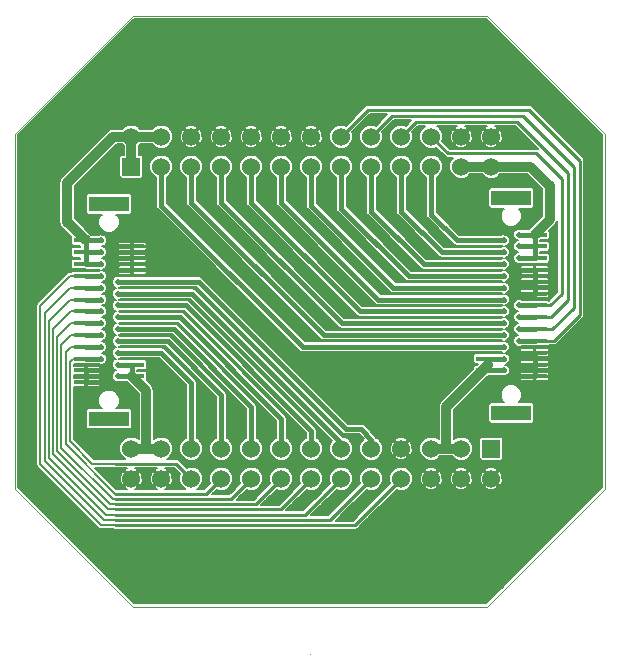
<source format=gtl>
G04 (created by PCBNEW (2013-09-06 BZR 4312)-stable) date K 20 nov   2013 22:23:56 EET*
%MOIN*%
G04 Gerber Fmt 3.4, Leading zero omitted, Abs format*
%FSLAX34Y34*%
G01*
G70*
G90*
G04 APERTURE LIST*
%ADD10C,0.000787*%
%ADD11C,0.001000*%
%ADD12R,0.081890X0.015748*%
%ADD13R,0.133858X0.051181*%
%ADD14C,0.196850*%
%ADD15R,0.060000X0.060000*%
%ADD16C,0.060000*%
%ADD17C,0.020000*%
%ADD18C,0.032000*%
%ADD19C,0.016000*%
%ADD20C,0.012000*%
%ADD21C,0.010000*%
%ADD22C,0.008000*%
%ADD23C,0.005000*%
G04 APERTURE END LIST*
G54D10*
G54D11*
X49213Y-56692D02*
G75*
G03X49213Y-56692I0J0D01*
G74*
G01*
X49211Y-56692D02*
X49213Y-56692D01*
X49212Y-56691D02*
X49212Y-56693D01*
X43307Y-55118D02*
X39370Y-51181D01*
X55118Y-55118D02*
X43307Y-55118D01*
X59055Y-51181D02*
X55118Y-55118D01*
X59055Y-39370D02*
X59055Y-51181D01*
X55118Y-35433D02*
X59055Y-39370D01*
X43307Y-35433D02*
X55118Y-35433D01*
X39370Y-39370D02*
X43307Y-35433D01*
X39370Y-51181D02*
X39370Y-39370D01*
G54D12*
X41732Y-42913D03*
X41732Y-43307D03*
X41732Y-43700D03*
X41732Y-44094D03*
X41732Y-44488D03*
X41732Y-44881D03*
X41732Y-45275D03*
X41732Y-45669D03*
X41732Y-46062D03*
X41732Y-46456D03*
X41732Y-46850D03*
X41732Y-47244D03*
X41732Y-47637D03*
X43275Y-47440D03*
X43275Y-47047D03*
X43275Y-46653D03*
X43275Y-46259D03*
X43275Y-45866D03*
X43275Y-45472D03*
X43275Y-45078D03*
X43275Y-44685D03*
X43275Y-44291D03*
X43275Y-43897D03*
X43275Y-43503D03*
X43275Y-43110D03*
G54D13*
X42503Y-41692D03*
X42503Y-48858D03*
X42503Y-48858D03*
X42503Y-41692D03*
G54D12*
X56692Y-47440D03*
X56692Y-47047D03*
X56692Y-46653D03*
X56692Y-46259D03*
X56692Y-45866D03*
X56692Y-45472D03*
X56692Y-45078D03*
X56692Y-44685D03*
X56692Y-44291D03*
X56692Y-43897D03*
X56692Y-43503D03*
X56692Y-43110D03*
X56692Y-42716D03*
X55149Y-42913D03*
X55149Y-43307D03*
X55149Y-43700D03*
X55149Y-44094D03*
X55149Y-44488D03*
X55149Y-44881D03*
X55149Y-45275D03*
X55149Y-45669D03*
X55149Y-46062D03*
X55149Y-46456D03*
X55149Y-46850D03*
X55149Y-47244D03*
G54D13*
X55921Y-48661D03*
X55921Y-41496D03*
X55921Y-41496D03*
X55921Y-48661D03*
G54D14*
X44094Y-37007D03*
X54330Y-37007D03*
X54330Y-53543D03*
X44094Y-53543D03*
G54D15*
X55250Y-49850D03*
G54D16*
X55250Y-50850D03*
X54250Y-49850D03*
X54250Y-50850D03*
X53250Y-49850D03*
X53250Y-50850D03*
X52250Y-49850D03*
X52250Y-50850D03*
X51250Y-49850D03*
X51250Y-50850D03*
X50250Y-49850D03*
X50250Y-50850D03*
X49250Y-49850D03*
X49250Y-50850D03*
X48250Y-49850D03*
X48250Y-50850D03*
X47250Y-49850D03*
X47250Y-50850D03*
X46250Y-49850D03*
X46250Y-50850D03*
X45250Y-49850D03*
X45250Y-50850D03*
X44250Y-49850D03*
X44250Y-50850D03*
X43250Y-49850D03*
X43250Y-50850D03*
G54D15*
X43250Y-40450D03*
G54D16*
X43250Y-39450D03*
X44250Y-40450D03*
X44250Y-39450D03*
X45250Y-40450D03*
X45250Y-39450D03*
X46250Y-40450D03*
X46250Y-39450D03*
X47250Y-40450D03*
X47250Y-39450D03*
X48250Y-40450D03*
X48250Y-39450D03*
X49250Y-40450D03*
X49250Y-39450D03*
X50250Y-40450D03*
X50250Y-39450D03*
X51250Y-40450D03*
X51250Y-39450D03*
X52250Y-40450D03*
X52250Y-39450D03*
X53250Y-40450D03*
X53250Y-39450D03*
X54250Y-40450D03*
X54250Y-39450D03*
X55250Y-40450D03*
X55250Y-39450D03*
G54D17*
X56181Y-43503D03*
X56181Y-43110D03*
X56181Y-42716D03*
X55669Y-47244D03*
X55669Y-46850D03*
X42244Y-42913D03*
X42244Y-43307D03*
X42244Y-43700D03*
X42795Y-47440D03*
X42795Y-47047D03*
X42795Y-44291D03*
X42795Y-44685D03*
X42795Y-45078D03*
X42795Y-45472D03*
X42795Y-45866D03*
X42795Y-46259D03*
X42795Y-46653D03*
X55669Y-46456D03*
X55669Y-42913D03*
X56181Y-47440D03*
X56181Y-47047D03*
X56181Y-46653D03*
X56181Y-44685D03*
X56181Y-44291D03*
X56181Y-43897D03*
X42244Y-47244D03*
X42244Y-47637D03*
X42795Y-43897D03*
X42795Y-43503D03*
X42795Y-43110D03*
X58400Y-51200D03*
X58000Y-51600D03*
X57600Y-52000D03*
X57200Y-52400D03*
X56800Y-52800D03*
X56400Y-53200D03*
X56000Y-53600D03*
X55600Y-54000D03*
X55200Y-54400D03*
X54800Y-54800D03*
X40000Y-39400D03*
X40400Y-39000D03*
X40800Y-38600D03*
X41200Y-38200D03*
X41600Y-37800D03*
X42000Y-37400D03*
X42400Y-37000D03*
X42800Y-36600D03*
X43200Y-36200D03*
X43600Y-35800D03*
X43200Y-54400D03*
X42800Y-54000D03*
X42400Y-53600D03*
X42000Y-53200D03*
X41600Y-52800D03*
X41200Y-52400D03*
X40800Y-52000D03*
X40400Y-51600D03*
X40000Y-51200D03*
X39800Y-50600D03*
X43600Y-54800D03*
X39800Y-39800D03*
X39800Y-40400D03*
X39800Y-41000D03*
X39800Y-41600D03*
X39800Y-42200D03*
X39800Y-42800D03*
X39800Y-43400D03*
X39800Y-44000D03*
X39800Y-44600D03*
X39800Y-45200D03*
X39800Y-45800D03*
X39800Y-46400D03*
X39800Y-47000D03*
X39800Y-47600D03*
X39800Y-48200D03*
X39800Y-48800D03*
X39800Y-49400D03*
X39800Y-50000D03*
X54400Y-35800D03*
X53800Y-35800D03*
X53200Y-35800D03*
X52600Y-35800D03*
X52000Y-35800D03*
X51400Y-35800D03*
X50800Y-35800D03*
X50200Y-35800D03*
X49600Y-35800D03*
X49000Y-35800D03*
X48400Y-35800D03*
X47800Y-35800D03*
X47200Y-35800D03*
X46600Y-35800D03*
X46000Y-35800D03*
X45400Y-35800D03*
X44800Y-35800D03*
X44200Y-35800D03*
X55000Y-35800D03*
X55400Y-36200D03*
X55800Y-36600D03*
X56200Y-37000D03*
X56600Y-37400D03*
X57000Y-37800D03*
X57400Y-38200D03*
X57800Y-38600D03*
X58200Y-39000D03*
X58600Y-39400D03*
X58600Y-50800D03*
X58600Y-50200D03*
X58600Y-49600D03*
X58600Y-49000D03*
X58600Y-48400D03*
X58600Y-47800D03*
X58600Y-47200D03*
X58600Y-46600D03*
X58600Y-46000D03*
X58600Y-45400D03*
X58600Y-44800D03*
X58600Y-44200D03*
X58600Y-43600D03*
X58600Y-43000D03*
X58600Y-42400D03*
X58600Y-41800D03*
X58600Y-41200D03*
X58600Y-40600D03*
X58600Y-40000D03*
X44600Y-54800D03*
X45200Y-54800D03*
X45800Y-54800D03*
X46400Y-54800D03*
X47000Y-54800D03*
X47600Y-54800D03*
X48200Y-54800D03*
X48800Y-54800D03*
X49400Y-54800D03*
X50000Y-54800D03*
X50600Y-54800D03*
X51200Y-54800D03*
X51800Y-54800D03*
X52400Y-54800D03*
X53000Y-54800D03*
X53600Y-54800D03*
X54200Y-54800D03*
X42244Y-46850D03*
X42244Y-46456D03*
X42244Y-46062D03*
X42244Y-45669D03*
X42244Y-45275D03*
X42244Y-44881D03*
X42244Y-44488D03*
X42244Y-44094D03*
X56181Y-45078D03*
X56181Y-45472D03*
X56181Y-45866D03*
X55669Y-45669D03*
X55669Y-46062D03*
X55669Y-44881D03*
X55669Y-43700D03*
X55669Y-44488D03*
X55669Y-43307D03*
X55669Y-45275D03*
X55669Y-44094D03*
X56181Y-46259D03*
G54D18*
X55250Y-40450D02*
X56550Y-40450D01*
X57200Y-42209D02*
X56692Y-42716D01*
X57200Y-41100D02*
X57200Y-42209D01*
X56550Y-40450D02*
X57200Y-41100D01*
X54250Y-40450D02*
X55250Y-40450D01*
X43250Y-39450D02*
X42650Y-39450D01*
X41100Y-42281D02*
X41732Y-42913D01*
X41100Y-41000D02*
X41100Y-42281D01*
X42650Y-39450D02*
X41100Y-41000D01*
X43250Y-39450D02*
X43250Y-40450D01*
X44250Y-39450D02*
X43250Y-39450D01*
X43750Y-49850D02*
X43750Y-47915D01*
X43750Y-47915D02*
X43275Y-47440D01*
X43250Y-49850D02*
X43750Y-49850D01*
X43750Y-49850D02*
X44250Y-49850D01*
X53750Y-49850D02*
X53750Y-48449D01*
X54250Y-47949D02*
X55149Y-47050D01*
X53750Y-48449D02*
X54250Y-47949D01*
X53250Y-49850D02*
X53750Y-49850D01*
X53750Y-49850D02*
X54250Y-49850D01*
G54D19*
X56181Y-43503D02*
X56692Y-43503D01*
X56692Y-43110D02*
X56181Y-43110D01*
X56181Y-42716D02*
X56692Y-42716D01*
X55149Y-47244D02*
X55669Y-47244D01*
X55669Y-46850D02*
X55149Y-46850D01*
X41732Y-42913D02*
X42244Y-42913D01*
X42244Y-43307D02*
X41732Y-43307D01*
X41732Y-43700D02*
X42244Y-43700D01*
X42795Y-47440D02*
X43275Y-47440D01*
X43275Y-47047D02*
X42795Y-47047D01*
G54D20*
X41732Y-42913D02*
X41732Y-43700D01*
G54D19*
X43275Y-47047D02*
X43275Y-47250D01*
X43275Y-47250D02*
X43275Y-47440D01*
G54D21*
X43309Y-47047D02*
X43275Y-47047D01*
G54D19*
X56692Y-43503D02*
X56692Y-43110D01*
X56692Y-43110D02*
X56692Y-42716D01*
X56692Y-42716D02*
X56692Y-43110D01*
X41732Y-43700D02*
X41732Y-43307D01*
X41732Y-43307D02*
X41732Y-42913D01*
X55149Y-46850D02*
X55149Y-47050D01*
X55149Y-47050D02*
X55149Y-47244D01*
X51250Y-49850D02*
X51250Y-49550D01*
X45491Y-44291D02*
X43275Y-44291D01*
X50400Y-49200D02*
X45491Y-44291D01*
X50900Y-49200D02*
X50400Y-49200D01*
X51250Y-49550D02*
X50900Y-49200D01*
X42795Y-44291D02*
X43275Y-44291D01*
X50250Y-49850D02*
X50250Y-49650D01*
X45285Y-44685D02*
X43275Y-44685D01*
X50250Y-49650D02*
X45285Y-44685D01*
X43275Y-44685D02*
X42795Y-44685D01*
X49250Y-49850D02*
X49250Y-49250D01*
X45078Y-45078D02*
X43275Y-45078D01*
X49250Y-49250D02*
X45078Y-45078D01*
X42795Y-45078D02*
X43275Y-45078D01*
X48250Y-49850D02*
X48250Y-48850D01*
X44872Y-45472D02*
X43275Y-45472D01*
X48250Y-48850D02*
X44872Y-45472D01*
X43275Y-45472D02*
X42795Y-45472D01*
X47250Y-49850D02*
X47250Y-48450D01*
X44666Y-45866D02*
X43275Y-45866D01*
X47250Y-48450D02*
X44666Y-45866D01*
X42795Y-45866D02*
X43275Y-45866D01*
X46250Y-49850D02*
X46250Y-48050D01*
X44459Y-46259D02*
X43275Y-46259D01*
X46250Y-48050D02*
X44459Y-46259D01*
X43275Y-46259D02*
X42795Y-46259D01*
X45250Y-49850D02*
X45250Y-47650D01*
X44253Y-46653D02*
X43275Y-46653D01*
X45250Y-47650D02*
X44253Y-46653D01*
X42795Y-46653D02*
X43275Y-46653D01*
X55149Y-46456D02*
X48956Y-46456D01*
X44250Y-41750D02*
X44250Y-40450D01*
X48956Y-46456D02*
X44250Y-41750D01*
X55149Y-46456D02*
X55669Y-46456D01*
X55149Y-42913D02*
X54113Y-42913D01*
X53250Y-42050D02*
X53250Y-40450D01*
X54113Y-42913D02*
X53250Y-42050D01*
X55669Y-42913D02*
X55149Y-42913D01*
X56181Y-47440D02*
X56692Y-47440D01*
X56692Y-47047D02*
X56181Y-47047D01*
X56181Y-46653D02*
X56692Y-46653D01*
X56692Y-44685D02*
X56181Y-44685D01*
X56181Y-44291D02*
X56692Y-44291D01*
X56692Y-43897D02*
X56181Y-43897D01*
X42244Y-47244D02*
X41732Y-47244D01*
X41732Y-47637D02*
X42244Y-47637D01*
X43275Y-43897D02*
X42795Y-43897D01*
X42795Y-43503D02*
X43275Y-43503D01*
X43275Y-43110D02*
X42795Y-43110D01*
G54D22*
X54800Y-54800D02*
X54200Y-54800D01*
X58600Y-51000D02*
X58400Y-51200D01*
X58000Y-51600D02*
X57600Y-52000D01*
X57200Y-52400D02*
X56800Y-52800D01*
X56400Y-53200D02*
X56000Y-53600D01*
X55600Y-54000D02*
X55200Y-54400D01*
X40000Y-39400D02*
X40400Y-39000D01*
X40800Y-38600D02*
X41200Y-38200D01*
X41600Y-37800D02*
X42000Y-37400D01*
X42400Y-37000D02*
X42800Y-36600D01*
X43200Y-36200D02*
X43600Y-35800D01*
X43200Y-54400D02*
X42800Y-54000D01*
X42400Y-53600D02*
X42000Y-53200D01*
X41600Y-52800D02*
X41200Y-52400D01*
X40800Y-52000D02*
X40400Y-51600D01*
X40000Y-51200D02*
X39800Y-51000D01*
X39800Y-51000D02*
X39800Y-50600D01*
X44094Y-53543D02*
X44094Y-54305D01*
X44094Y-54305D02*
X43600Y-54800D01*
X39800Y-40400D02*
X39800Y-39800D01*
X39800Y-41600D02*
X39800Y-41000D01*
X39800Y-42800D02*
X39800Y-42200D01*
X39800Y-44000D02*
X39800Y-43400D01*
X39800Y-45200D02*
X39800Y-44600D01*
X39800Y-46400D02*
X39800Y-45800D01*
X39800Y-47600D02*
X39800Y-47000D01*
X39800Y-48800D02*
X39800Y-48200D01*
X39800Y-50000D02*
X39800Y-49400D01*
X53800Y-35800D02*
X54400Y-35800D01*
X52600Y-35800D02*
X53200Y-35800D01*
X51400Y-35800D02*
X52000Y-35800D01*
X50200Y-35800D02*
X50800Y-35800D01*
X49000Y-35800D02*
X49600Y-35800D01*
X47800Y-35800D02*
X48400Y-35800D01*
X46600Y-35800D02*
X47200Y-35800D01*
X45400Y-35800D02*
X46000Y-35800D01*
X44200Y-35800D02*
X44800Y-35800D01*
X55000Y-35800D02*
X55400Y-36200D01*
X55800Y-36600D02*
X56200Y-37000D01*
X56600Y-37400D02*
X57000Y-37800D01*
X57400Y-38200D02*
X57800Y-38600D01*
X58200Y-39000D02*
X58600Y-39400D01*
X58600Y-49600D02*
X58600Y-50200D01*
X58600Y-48400D02*
X58600Y-49000D01*
X58600Y-47200D02*
X58600Y-47800D01*
X58600Y-46000D02*
X58600Y-46600D01*
X58600Y-44800D02*
X58600Y-45400D01*
X58600Y-43600D02*
X58600Y-44200D01*
X58600Y-42400D02*
X58600Y-43000D01*
X58600Y-41200D02*
X58600Y-41800D01*
X58600Y-40000D02*
X58600Y-40600D01*
X58600Y-50800D02*
X58600Y-51000D01*
X45200Y-54800D02*
X44600Y-54800D01*
X46400Y-54800D02*
X45800Y-54800D01*
X47600Y-54800D02*
X47000Y-54800D01*
X48800Y-54800D02*
X48200Y-54800D01*
X50000Y-54800D02*
X49400Y-54800D01*
X51200Y-54800D02*
X50600Y-54800D01*
X52400Y-54800D02*
X51800Y-54800D01*
X53600Y-54800D02*
X53000Y-54800D01*
G54D19*
X41732Y-47637D02*
X41732Y-47450D01*
X41732Y-47450D02*
X41732Y-47244D01*
G54D21*
X41732Y-47244D02*
X41634Y-47244D01*
G54D19*
X56692Y-46653D02*
X56692Y-47047D01*
X56692Y-47047D02*
X56692Y-47440D01*
X56692Y-43897D02*
X56692Y-44291D01*
X56692Y-44291D02*
X56692Y-44685D01*
G54D22*
X41200Y-48850D02*
X41200Y-49600D01*
G54D21*
X45250Y-50850D02*
X44750Y-50350D01*
X44750Y-50350D02*
X42700Y-50350D01*
G54D22*
X41299Y-46850D02*
X41732Y-46850D01*
X41200Y-46950D02*
X41200Y-48800D01*
X41299Y-46850D02*
X41200Y-46950D01*
X41200Y-48800D02*
X41200Y-48850D01*
X41950Y-50350D02*
X42700Y-50350D01*
X41200Y-49600D02*
X41950Y-50350D01*
G54D19*
X41732Y-46850D02*
X42244Y-46850D01*
G54D22*
X41059Y-49050D02*
X41059Y-49709D01*
G54D21*
X45750Y-51350D02*
X42700Y-51350D01*
X46250Y-50850D02*
X45750Y-51350D01*
G54D22*
X41243Y-46456D02*
X41059Y-46640D01*
X41059Y-46640D02*
X41059Y-49050D01*
X41243Y-46456D02*
X41732Y-46456D01*
X41059Y-49709D02*
X42700Y-51350D01*
G54D19*
X42244Y-46456D02*
X41732Y-46456D01*
G54D22*
X40919Y-49050D02*
X40919Y-49819D01*
G54D21*
X46575Y-51525D02*
X46700Y-51400D01*
X47250Y-50850D02*
X46700Y-51400D01*
X42700Y-51525D02*
X46525Y-51525D01*
X46525Y-51525D02*
X46575Y-51525D01*
G54D22*
X41237Y-46062D02*
X40919Y-46380D01*
X40919Y-46380D02*
X40919Y-49050D01*
X41237Y-46062D02*
X41732Y-46062D01*
X42625Y-51525D02*
X42700Y-51525D01*
X40919Y-49819D02*
X42625Y-51525D01*
G54D19*
X41732Y-46062D02*
X42244Y-46062D01*
G54D22*
X40779Y-49050D02*
X40779Y-49929D01*
G54D21*
X47400Y-51700D02*
X47650Y-51450D01*
X48250Y-50850D02*
X47650Y-51450D01*
X42700Y-51700D02*
X47400Y-51700D01*
G54D22*
X41230Y-45669D02*
X40779Y-46120D01*
X40779Y-46120D02*
X40779Y-49050D01*
X41230Y-45669D02*
X41732Y-45669D01*
X42550Y-51700D02*
X42700Y-51700D01*
X40779Y-49929D02*
X42550Y-51700D01*
G54D19*
X42244Y-45669D02*
X41732Y-45669D01*
G54D22*
X40639Y-49050D02*
X40639Y-50039D01*
G54D21*
X48225Y-51875D02*
X42700Y-51875D01*
X48300Y-51800D02*
X48500Y-51600D01*
X49250Y-50850D02*
X48500Y-51600D01*
X48300Y-51800D02*
X48225Y-51875D01*
G54D22*
X41224Y-45275D02*
X40639Y-45860D01*
X40639Y-45860D02*
X40639Y-49050D01*
X41224Y-45275D02*
X41732Y-45275D01*
X42475Y-51875D02*
X42700Y-51875D01*
X40639Y-50039D02*
X42475Y-51875D01*
G54D19*
X41732Y-45275D02*
X42244Y-45275D01*
G54D22*
X40499Y-49050D02*
X40499Y-50149D01*
G54D21*
X49050Y-52050D02*
X49150Y-51950D01*
X49450Y-51650D02*
X49150Y-51950D01*
X49462Y-51637D02*
X49450Y-51650D01*
X50250Y-50850D02*
X49462Y-51637D01*
X42700Y-52050D02*
X48400Y-52050D01*
X48400Y-52050D02*
X49050Y-52050D01*
G54D22*
X41218Y-44881D02*
X41732Y-44881D01*
X40499Y-45600D02*
X40499Y-46000D01*
X41218Y-44881D02*
X40499Y-45600D01*
X40499Y-49050D02*
X40499Y-46000D01*
X42400Y-52050D02*
X42700Y-52050D01*
X40499Y-50149D02*
X42400Y-52050D01*
G54D19*
X42244Y-44881D02*
X41732Y-44881D01*
G54D22*
X40359Y-49050D02*
X40359Y-50259D01*
G54D21*
X49875Y-52225D02*
X42700Y-52225D01*
X49925Y-52175D02*
X50250Y-51850D01*
X51250Y-50850D02*
X50250Y-51850D01*
X49925Y-52175D02*
X49875Y-52225D01*
G54D22*
X41211Y-44488D02*
X41732Y-44488D01*
X40359Y-45340D02*
X40359Y-45750D01*
X41211Y-44488D02*
X40359Y-45340D01*
X40359Y-49050D02*
X40359Y-45750D01*
X42325Y-52225D02*
X42700Y-52225D01*
X40359Y-50259D02*
X42325Y-52225D01*
G54D19*
X41732Y-44488D02*
X42244Y-44488D01*
G54D22*
X41720Y-44500D02*
X41732Y-44488D01*
X40219Y-49050D02*
X40219Y-50369D01*
G54D21*
X50725Y-52375D02*
X50700Y-52400D01*
X50700Y-52400D02*
X42700Y-52400D01*
X50775Y-52325D02*
X51050Y-52050D01*
X52250Y-50850D02*
X51050Y-52050D01*
X50775Y-52325D02*
X50725Y-52375D01*
G54D22*
X41205Y-44094D02*
X41732Y-44094D01*
X40219Y-45080D02*
X40219Y-45650D01*
X41205Y-44094D02*
X40219Y-45080D01*
X40219Y-49050D02*
X40219Y-45650D01*
X42250Y-52400D02*
X42700Y-52400D01*
X40219Y-50369D02*
X42250Y-52400D01*
G54D19*
X42244Y-44094D02*
X41732Y-44094D01*
G54D21*
X56000Y-40000D02*
X56750Y-40000D01*
X53800Y-40000D02*
X56000Y-40000D01*
X53250Y-39450D02*
X53800Y-40000D01*
X57221Y-45078D02*
X56692Y-45078D01*
X57600Y-44700D02*
X57221Y-45078D01*
X57600Y-40850D02*
X57600Y-44700D01*
X56750Y-40000D02*
X57600Y-40850D01*
G54D19*
X56181Y-45078D02*
X56692Y-45078D01*
G54D21*
X56692Y-45472D02*
X57227Y-45472D01*
X52750Y-38950D02*
X56000Y-38950D01*
X52750Y-38950D02*
X52250Y-39450D01*
X56100Y-38950D02*
X56000Y-38950D01*
X57800Y-40650D02*
X56100Y-38950D01*
X57800Y-41850D02*
X57800Y-40650D01*
X57800Y-44550D02*
X57800Y-41850D01*
X57800Y-44900D02*
X57800Y-44550D01*
X57227Y-45472D02*
X57800Y-44900D01*
G54D19*
X56692Y-45472D02*
X56181Y-45472D01*
G54D21*
X56000Y-38750D02*
X56300Y-38750D01*
X51900Y-38800D02*
X51950Y-38750D01*
X51950Y-38750D02*
X56000Y-38750D01*
X51250Y-39450D02*
X51900Y-38800D01*
X57283Y-45866D02*
X56692Y-45866D01*
X58000Y-45150D02*
X57283Y-45866D01*
X58000Y-40450D02*
X58000Y-45150D01*
X56300Y-38750D02*
X58000Y-40450D01*
G54D19*
X56181Y-45866D02*
X56692Y-45866D01*
X55149Y-45669D02*
X50269Y-45669D01*
X46250Y-41650D02*
X46250Y-40450D01*
X50269Y-45669D02*
X46250Y-41650D01*
X55149Y-45669D02*
X55669Y-45669D01*
X55149Y-46062D02*
X49662Y-46062D01*
X45250Y-41650D02*
X45250Y-40450D01*
X49662Y-46062D02*
X45250Y-41650D01*
X55669Y-46062D02*
X55149Y-46062D01*
X55149Y-44881D02*
X51481Y-44881D01*
X48250Y-41650D02*
X48250Y-40450D01*
X51481Y-44881D02*
X48250Y-41650D01*
X55149Y-44881D02*
X55669Y-44881D01*
X51250Y-40450D02*
X51250Y-41950D01*
X53000Y-43700D02*
X55149Y-43700D01*
X51250Y-41950D02*
X53000Y-43700D01*
X55669Y-43700D02*
X55149Y-43700D01*
X55149Y-44488D02*
X51988Y-44488D01*
X49250Y-41750D02*
X49250Y-40450D01*
X51988Y-44488D02*
X49250Y-41750D01*
X55669Y-44488D02*
X55149Y-44488D01*
X55149Y-43307D02*
X53607Y-43307D01*
X52250Y-41950D02*
X52250Y-40450D01*
X53607Y-43307D02*
X52250Y-41950D01*
X55149Y-43307D02*
X55669Y-43307D01*
X55149Y-45275D02*
X50875Y-45275D01*
X47250Y-41650D02*
X47250Y-40450D01*
X50875Y-45275D02*
X47250Y-41650D01*
X55669Y-45275D02*
X55149Y-45275D01*
X55149Y-44094D02*
X52494Y-44094D01*
X50250Y-41850D02*
X50250Y-40450D01*
X52494Y-44094D02*
X50250Y-41850D01*
X55149Y-44094D02*
X55669Y-44094D01*
G54D21*
X56692Y-46259D02*
X57340Y-46259D01*
X51150Y-38550D02*
X56000Y-38550D01*
X51150Y-38550D02*
X50250Y-39450D01*
X56500Y-38550D02*
X56000Y-38550D01*
X58200Y-40250D02*
X56500Y-38550D01*
X58200Y-45400D02*
X58200Y-40250D01*
X57340Y-46259D02*
X58200Y-45400D01*
G54D19*
X56692Y-46259D02*
X56181Y-46259D01*
G54D10*
G36*
X45052Y-51200D02*
X44626Y-51200D01*
X44626Y-50914D01*
X44622Y-50765D01*
X44573Y-50645D01*
X44524Y-50611D01*
X44285Y-50850D01*
X44524Y-51088D01*
X44573Y-51054D01*
X44626Y-50914D01*
X44626Y-51200D01*
X44388Y-51200D01*
X44454Y-51173D01*
X44488Y-51124D01*
X44250Y-50885D01*
X44214Y-50920D01*
X44214Y-50850D01*
X43975Y-50611D01*
X43926Y-50645D01*
X43873Y-50785D01*
X43877Y-50934D01*
X43926Y-51054D01*
X43975Y-51088D01*
X44214Y-50850D01*
X44214Y-50920D01*
X44011Y-51124D01*
X44045Y-51173D01*
X44116Y-51200D01*
X43626Y-51200D01*
X43626Y-50914D01*
X43622Y-50765D01*
X43573Y-50645D01*
X43524Y-50611D01*
X43285Y-50850D01*
X43524Y-51088D01*
X43573Y-51054D01*
X43626Y-50914D01*
X43626Y-51200D01*
X43388Y-51200D01*
X43454Y-51173D01*
X43488Y-51124D01*
X43250Y-50885D01*
X43214Y-50920D01*
X43214Y-50850D01*
X42975Y-50611D01*
X42926Y-50645D01*
X42873Y-50785D01*
X42877Y-50934D01*
X42926Y-51054D01*
X42975Y-51088D01*
X43214Y-50850D01*
X43214Y-50920D01*
X43011Y-51124D01*
X43045Y-51173D01*
X43116Y-51200D01*
X42747Y-51200D01*
X42036Y-50489D01*
X42649Y-50489D01*
X42700Y-50499D01*
X43111Y-50499D01*
X43045Y-50526D01*
X43011Y-50575D01*
X43250Y-50814D01*
X43488Y-50575D01*
X43454Y-50526D01*
X43383Y-50499D01*
X44111Y-50499D01*
X44045Y-50526D01*
X44011Y-50575D01*
X44250Y-50814D01*
X44488Y-50575D01*
X44454Y-50526D01*
X44383Y-50499D01*
X44688Y-50499D01*
X44882Y-50693D01*
X44850Y-50770D01*
X44850Y-50929D01*
X44911Y-51075D01*
X45023Y-51188D01*
X45052Y-51200D01*
X45052Y-51200D01*
G37*
G54D23*
X45052Y-51200D02*
X44626Y-51200D01*
X44626Y-50914D01*
X44622Y-50765D01*
X44573Y-50645D01*
X44524Y-50611D01*
X44285Y-50850D01*
X44524Y-51088D01*
X44573Y-51054D01*
X44626Y-50914D01*
X44626Y-51200D01*
X44388Y-51200D01*
X44454Y-51173D01*
X44488Y-51124D01*
X44250Y-50885D01*
X44214Y-50920D01*
X44214Y-50850D01*
X43975Y-50611D01*
X43926Y-50645D01*
X43873Y-50785D01*
X43877Y-50934D01*
X43926Y-51054D01*
X43975Y-51088D01*
X44214Y-50850D01*
X44214Y-50920D01*
X44011Y-51124D01*
X44045Y-51173D01*
X44116Y-51200D01*
X43626Y-51200D01*
X43626Y-50914D01*
X43622Y-50765D01*
X43573Y-50645D01*
X43524Y-50611D01*
X43285Y-50850D01*
X43524Y-51088D01*
X43573Y-51054D01*
X43626Y-50914D01*
X43626Y-51200D01*
X43388Y-51200D01*
X43454Y-51173D01*
X43488Y-51124D01*
X43250Y-50885D01*
X43214Y-50920D01*
X43214Y-50850D01*
X42975Y-50611D01*
X42926Y-50645D01*
X42873Y-50785D01*
X42877Y-50934D01*
X42926Y-51054D01*
X42975Y-51088D01*
X43214Y-50850D01*
X43214Y-50920D01*
X43011Y-51124D01*
X43045Y-51173D01*
X43116Y-51200D01*
X42747Y-51200D01*
X42036Y-50489D01*
X42649Y-50489D01*
X42700Y-50499D01*
X43111Y-50499D01*
X43045Y-50526D01*
X43011Y-50575D01*
X43250Y-50814D01*
X43488Y-50575D01*
X43454Y-50526D01*
X43383Y-50499D01*
X44111Y-50499D01*
X44045Y-50526D01*
X44011Y-50575D01*
X44250Y-50814D01*
X44488Y-50575D01*
X44454Y-50526D01*
X44383Y-50499D01*
X44688Y-50499D01*
X44882Y-50693D01*
X44850Y-50770D01*
X44850Y-50929D01*
X44911Y-51075D01*
X45023Y-51188D01*
X45052Y-51200D01*
G54D10*
G36*
X56799Y-39860D02*
X56750Y-39850D01*
X56000Y-39850D01*
X55626Y-39850D01*
X55626Y-39514D01*
X55622Y-39365D01*
X55573Y-39245D01*
X55524Y-39211D01*
X55285Y-39450D01*
X55524Y-39688D01*
X55573Y-39654D01*
X55626Y-39514D01*
X55626Y-39850D01*
X55488Y-39850D01*
X55488Y-39724D01*
X55250Y-39485D01*
X55214Y-39520D01*
X55214Y-39450D01*
X54975Y-39211D01*
X54926Y-39245D01*
X54873Y-39385D01*
X54877Y-39534D01*
X54926Y-39654D01*
X54975Y-39688D01*
X55214Y-39450D01*
X55214Y-39520D01*
X55011Y-39724D01*
X55045Y-39773D01*
X55185Y-39826D01*
X55334Y-39822D01*
X55454Y-39773D01*
X55488Y-39724D01*
X55488Y-39850D01*
X54626Y-39850D01*
X54626Y-39514D01*
X54622Y-39365D01*
X54573Y-39245D01*
X54524Y-39211D01*
X54285Y-39450D01*
X54524Y-39688D01*
X54573Y-39654D01*
X54626Y-39514D01*
X54626Y-39850D01*
X54488Y-39850D01*
X54488Y-39724D01*
X54250Y-39485D01*
X54214Y-39520D01*
X54214Y-39450D01*
X53975Y-39211D01*
X53926Y-39245D01*
X53873Y-39385D01*
X53877Y-39534D01*
X53926Y-39654D01*
X53975Y-39688D01*
X54214Y-39450D01*
X54214Y-39520D01*
X54011Y-39724D01*
X54045Y-39773D01*
X54185Y-39826D01*
X54334Y-39822D01*
X54454Y-39773D01*
X54488Y-39724D01*
X54488Y-39850D01*
X53861Y-39850D01*
X53617Y-39606D01*
X53649Y-39529D01*
X53649Y-39370D01*
X53588Y-39224D01*
X53476Y-39111D01*
X53447Y-39099D01*
X54111Y-39099D01*
X54045Y-39126D01*
X54011Y-39175D01*
X54250Y-39414D01*
X54488Y-39175D01*
X54454Y-39126D01*
X54383Y-39099D01*
X55111Y-39099D01*
X55045Y-39126D01*
X55011Y-39175D01*
X55250Y-39414D01*
X55488Y-39175D01*
X55454Y-39126D01*
X55383Y-39099D01*
X56000Y-39099D01*
X56038Y-39099D01*
X56799Y-39860D01*
X56799Y-39860D01*
G37*
G54D23*
X56799Y-39860D02*
X56750Y-39850D01*
X56000Y-39850D01*
X55626Y-39850D01*
X55626Y-39514D01*
X55622Y-39365D01*
X55573Y-39245D01*
X55524Y-39211D01*
X55285Y-39450D01*
X55524Y-39688D01*
X55573Y-39654D01*
X55626Y-39514D01*
X55626Y-39850D01*
X55488Y-39850D01*
X55488Y-39724D01*
X55250Y-39485D01*
X55214Y-39520D01*
X55214Y-39450D01*
X54975Y-39211D01*
X54926Y-39245D01*
X54873Y-39385D01*
X54877Y-39534D01*
X54926Y-39654D01*
X54975Y-39688D01*
X55214Y-39450D01*
X55214Y-39520D01*
X55011Y-39724D01*
X55045Y-39773D01*
X55185Y-39826D01*
X55334Y-39822D01*
X55454Y-39773D01*
X55488Y-39724D01*
X55488Y-39850D01*
X54626Y-39850D01*
X54626Y-39514D01*
X54622Y-39365D01*
X54573Y-39245D01*
X54524Y-39211D01*
X54285Y-39450D01*
X54524Y-39688D01*
X54573Y-39654D01*
X54626Y-39514D01*
X54626Y-39850D01*
X54488Y-39850D01*
X54488Y-39724D01*
X54250Y-39485D01*
X54214Y-39520D01*
X54214Y-39450D01*
X53975Y-39211D01*
X53926Y-39245D01*
X53873Y-39385D01*
X53877Y-39534D01*
X53926Y-39654D01*
X53975Y-39688D01*
X54214Y-39450D01*
X54214Y-39520D01*
X54011Y-39724D01*
X54045Y-39773D01*
X54185Y-39826D01*
X54334Y-39822D01*
X54454Y-39773D01*
X54488Y-39724D01*
X54488Y-39850D01*
X53861Y-39850D01*
X53617Y-39606D01*
X53649Y-39529D01*
X53649Y-39370D01*
X53588Y-39224D01*
X53476Y-39111D01*
X53447Y-39099D01*
X54111Y-39099D01*
X54045Y-39126D01*
X54011Y-39175D01*
X54250Y-39414D01*
X54488Y-39175D01*
X54454Y-39126D01*
X54383Y-39099D01*
X55111Y-39099D01*
X55045Y-39126D01*
X55011Y-39175D01*
X55250Y-39414D01*
X55488Y-39175D01*
X55454Y-39126D01*
X55383Y-39099D01*
X56000Y-39099D01*
X56038Y-39099D01*
X56799Y-39860D01*
G54D10*
G36*
X58950Y-51137D02*
X58349Y-51739D01*
X58349Y-45400D01*
X58349Y-40250D01*
X58338Y-40192D01*
X58338Y-40192D01*
X58305Y-40144D01*
X56605Y-38444D01*
X56557Y-38411D01*
X56500Y-38400D01*
X56000Y-38400D01*
X51150Y-38400D01*
X51092Y-38411D01*
X51044Y-38444D01*
X50406Y-39082D01*
X50329Y-39050D01*
X50170Y-39050D01*
X50024Y-39111D01*
X49911Y-39223D01*
X49850Y-39370D01*
X49850Y-39529D01*
X49911Y-39675D01*
X50023Y-39788D01*
X50170Y-39849D01*
X50329Y-39849D01*
X50475Y-39788D01*
X50588Y-39676D01*
X50649Y-39529D01*
X50649Y-39370D01*
X50617Y-39293D01*
X51211Y-38699D01*
X51789Y-38699D01*
X51406Y-39082D01*
X51329Y-39050D01*
X51170Y-39050D01*
X51024Y-39111D01*
X50911Y-39223D01*
X50850Y-39370D01*
X50850Y-39529D01*
X50911Y-39675D01*
X51023Y-39788D01*
X51170Y-39849D01*
X51329Y-39849D01*
X51475Y-39788D01*
X51588Y-39676D01*
X51649Y-39529D01*
X51649Y-39370D01*
X51617Y-39293D01*
X52005Y-38905D01*
X52011Y-38899D01*
X52589Y-38899D01*
X52406Y-39082D01*
X52329Y-39050D01*
X52170Y-39050D01*
X52024Y-39111D01*
X51911Y-39223D01*
X51850Y-39370D01*
X51850Y-39529D01*
X51911Y-39675D01*
X52023Y-39788D01*
X52170Y-39849D01*
X52329Y-39849D01*
X52475Y-39788D01*
X52588Y-39676D01*
X52649Y-39529D01*
X52649Y-39370D01*
X52617Y-39293D01*
X52811Y-39099D01*
X53052Y-39099D01*
X53024Y-39111D01*
X52911Y-39223D01*
X52850Y-39370D01*
X52850Y-39529D01*
X52911Y-39675D01*
X53023Y-39788D01*
X53170Y-39849D01*
X53329Y-39849D01*
X53406Y-39817D01*
X53694Y-40105D01*
X53742Y-40138D01*
X53742Y-40138D01*
X53800Y-40149D01*
X53985Y-40149D01*
X53911Y-40223D01*
X53850Y-40370D01*
X53850Y-40529D01*
X53911Y-40675D01*
X54023Y-40788D01*
X54170Y-40849D01*
X54329Y-40849D01*
X54475Y-40788D01*
X54555Y-40709D01*
X54944Y-40709D01*
X55023Y-40788D01*
X55170Y-40849D01*
X55329Y-40849D01*
X55475Y-40788D01*
X55555Y-40709D01*
X56442Y-40709D01*
X56940Y-41207D01*
X56940Y-42101D01*
X56689Y-42352D01*
X56689Y-41771D01*
X56689Y-41732D01*
X56689Y-41220D01*
X56674Y-41183D01*
X56646Y-41155D01*
X56610Y-41140D01*
X56570Y-41140D01*
X55232Y-41140D01*
X55195Y-41155D01*
X55167Y-41183D01*
X55152Y-41220D01*
X55152Y-41259D01*
X55152Y-41771D01*
X55167Y-41808D01*
X55195Y-41836D01*
X55232Y-41851D01*
X55271Y-41851D01*
X55673Y-41851D01*
X55620Y-41904D01*
X55566Y-42035D01*
X55565Y-42176D01*
X55619Y-42307D01*
X55719Y-42407D01*
X55850Y-42461D01*
X55991Y-42461D01*
X56122Y-42407D01*
X56222Y-42307D01*
X56276Y-42177D01*
X56276Y-42035D01*
X56222Y-41905D01*
X56168Y-41851D01*
X56610Y-41851D01*
X56646Y-41836D01*
X56674Y-41808D01*
X56689Y-41771D01*
X56689Y-42352D01*
X56509Y-42533D01*
X56506Y-42537D01*
X56269Y-42537D01*
X56220Y-42517D01*
X56141Y-42517D01*
X56068Y-42547D01*
X56012Y-42603D01*
X55981Y-42676D01*
X55981Y-42756D01*
X56011Y-42829D01*
X56067Y-42885D01*
X56135Y-42913D01*
X56068Y-42941D01*
X56012Y-42997D01*
X55981Y-43070D01*
X55981Y-43149D01*
X56011Y-43223D01*
X56067Y-43279D01*
X56135Y-43307D01*
X56068Y-43334D01*
X56012Y-43390D01*
X55981Y-43464D01*
X55981Y-43543D01*
X56011Y-43616D01*
X56067Y-43672D01*
X56141Y-43703D01*
X56220Y-43703D01*
X56269Y-43683D01*
X56692Y-43683D01*
X56699Y-43682D01*
X57122Y-43682D01*
X57158Y-43666D01*
X57186Y-43638D01*
X57201Y-43602D01*
X57201Y-43562D01*
X57201Y-43405D01*
X57186Y-43368D01*
X57158Y-43340D01*
X57122Y-43325D01*
X57082Y-43325D01*
X56872Y-43325D01*
X56872Y-43288D01*
X57122Y-43288D01*
X57158Y-43273D01*
X57186Y-43245D01*
X57201Y-43208D01*
X57201Y-43169D01*
X57201Y-43011D01*
X57186Y-42975D01*
X57158Y-42947D01*
X57122Y-42932D01*
X57082Y-42932D01*
X56872Y-42932D01*
X56872Y-42902D01*
X56876Y-42899D01*
X56881Y-42894D01*
X57122Y-42894D01*
X57158Y-42879D01*
X57186Y-42851D01*
X57201Y-42815D01*
X57201Y-42775D01*
X57201Y-42618D01*
X57189Y-42587D01*
X57383Y-42392D01*
X57439Y-42308D01*
X57450Y-42253D01*
X57450Y-44638D01*
X57177Y-44911D01*
X57177Y-44778D01*
X57177Y-44728D01*
X57177Y-44641D01*
X57177Y-44591D01*
X57177Y-44384D01*
X57177Y-44335D01*
X57177Y-44247D01*
X57177Y-44197D01*
X57177Y-43991D01*
X57177Y-43941D01*
X57177Y-43853D01*
X57177Y-43803D01*
X57165Y-43776D01*
X57144Y-43755D01*
X57117Y-43743D01*
X57087Y-43743D01*
X56736Y-43743D01*
X56717Y-43762D01*
X56717Y-43872D01*
X57158Y-43872D01*
X57177Y-43853D01*
X57177Y-43941D01*
X57158Y-43922D01*
X56717Y-43922D01*
X56717Y-44032D01*
X56736Y-44051D01*
X57087Y-44051D01*
X57117Y-44051D01*
X57144Y-44039D01*
X57165Y-44018D01*
X57177Y-43991D01*
X57177Y-44197D01*
X57165Y-44170D01*
X57144Y-44149D01*
X57117Y-44137D01*
X57087Y-44137D01*
X56736Y-44137D01*
X56717Y-44156D01*
X56717Y-44266D01*
X57158Y-44266D01*
X57177Y-44247D01*
X57177Y-44335D01*
X57158Y-44316D01*
X56717Y-44316D01*
X56717Y-44426D01*
X56736Y-44445D01*
X57087Y-44445D01*
X57117Y-44445D01*
X57144Y-44433D01*
X57165Y-44412D01*
X57177Y-44384D01*
X57177Y-44591D01*
X57165Y-44563D01*
X57144Y-44542D01*
X57117Y-44531D01*
X57087Y-44531D01*
X56736Y-44531D01*
X56717Y-44550D01*
X56717Y-44660D01*
X57158Y-44660D01*
X57177Y-44641D01*
X57177Y-44728D01*
X57158Y-44710D01*
X56717Y-44710D01*
X56717Y-44820D01*
X56736Y-44838D01*
X57087Y-44838D01*
X57117Y-44838D01*
X57144Y-44827D01*
X57165Y-44806D01*
X57177Y-44778D01*
X57177Y-44911D01*
X57165Y-44922D01*
X57158Y-44915D01*
X57122Y-44900D01*
X57082Y-44900D01*
X56699Y-44900D01*
X56692Y-44899D01*
X56667Y-44899D01*
X56667Y-44820D01*
X56667Y-44710D01*
X56667Y-44660D01*
X56667Y-44550D01*
X56667Y-44426D01*
X56667Y-44316D01*
X56667Y-44266D01*
X56667Y-44156D01*
X56667Y-44032D01*
X56667Y-43922D01*
X56667Y-43872D01*
X56667Y-43762D01*
X56649Y-43743D01*
X56298Y-43743D01*
X56268Y-43743D01*
X56240Y-43755D01*
X56219Y-43776D01*
X56208Y-43803D01*
X56208Y-43853D01*
X56227Y-43872D01*
X56667Y-43872D01*
X56667Y-43922D01*
X56227Y-43922D01*
X56208Y-43941D01*
X56208Y-43991D01*
X56219Y-44018D01*
X56240Y-44039D01*
X56268Y-44051D01*
X56298Y-44051D01*
X56649Y-44051D01*
X56667Y-44032D01*
X56667Y-44156D01*
X56649Y-44137D01*
X56298Y-44137D01*
X56268Y-44137D01*
X56240Y-44149D01*
X56219Y-44170D01*
X56208Y-44197D01*
X56208Y-44247D01*
X56227Y-44266D01*
X56667Y-44266D01*
X56667Y-44316D01*
X56227Y-44316D01*
X56208Y-44335D01*
X56208Y-44384D01*
X56219Y-44412D01*
X56240Y-44433D01*
X56268Y-44445D01*
X56298Y-44445D01*
X56649Y-44445D01*
X56667Y-44426D01*
X56667Y-44550D01*
X56649Y-44531D01*
X56298Y-44531D01*
X56268Y-44531D01*
X56240Y-44542D01*
X56219Y-44563D01*
X56208Y-44591D01*
X56208Y-44641D01*
X56227Y-44660D01*
X56667Y-44660D01*
X56667Y-44710D01*
X56227Y-44710D01*
X56208Y-44728D01*
X56208Y-44778D01*
X56219Y-44806D01*
X56240Y-44827D01*
X56268Y-44838D01*
X56298Y-44838D01*
X56649Y-44838D01*
X56667Y-44820D01*
X56667Y-44899D01*
X56269Y-44899D01*
X56220Y-44879D01*
X56141Y-44879D01*
X56068Y-44909D01*
X56012Y-44965D01*
X55981Y-45038D01*
X55981Y-45118D01*
X56011Y-45191D01*
X56067Y-45247D01*
X56135Y-45275D01*
X56068Y-45303D01*
X56012Y-45359D01*
X55981Y-45432D01*
X55981Y-45511D01*
X56011Y-45585D01*
X56067Y-45641D01*
X56135Y-45669D01*
X56068Y-45696D01*
X56012Y-45753D01*
X55981Y-45826D01*
X55981Y-45905D01*
X56011Y-45978D01*
X56067Y-46035D01*
X56135Y-46063D01*
X56068Y-46090D01*
X56012Y-46146D01*
X55981Y-46220D01*
X55981Y-46299D01*
X56011Y-46372D01*
X56067Y-46428D01*
X56141Y-46459D01*
X56220Y-46459D01*
X56269Y-46439D01*
X56692Y-46439D01*
X56699Y-46437D01*
X57122Y-46437D01*
X57158Y-46422D01*
X57172Y-46409D01*
X57340Y-46409D01*
X57397Y-46397D01*
X57445Y-46365D01*
X58305Y-45505D01*
X58338Y-45457D01*
X58338Y-45457D01*
X58349Y-45400D01*
X58349Y-51739D01*
X57177Y-52911D01*
X57177Y-47534D01*
X57177Y-47484D01*
X57177Y-47397D01*
X57177Y-47347D01*
X57177Y-47140D01*
X57177Y-47090D01*
X57177Y-47003D01*
X57177Y-46953D01*
X57177Y-46747D01*
X57177Y-46697D01*
X57177Y-46609D01*
X57177Y-46559D01*
X57165Y-46532D01*
X57144Y-46511D01*
X57117Y-46499D01*
X57087Y-46499D01*
X56736Y-46499D01*
X56717Y-46518D01*
X56717Y-46628D01*
X57158Y-46628D01*
X57177Y-46609D01*
X57177Y-46697D01*
X57158Y-46678D01*
X56717Y-46678D01*
X56717Y-46788D01*
X56736Y-46807D01*
X57087Y-46807D01*
X57117Y-46807D01*
X57144Y-46795D01*
X57165Y-46774D01*
X57177Y-46747D01*
X57177Y-46953D01*
X57165Y-46926D01*
X57144Y-46904D01*
X57117Y-46893D01*
X57087Y-46893D01*
X56736Y-46893D01*
X56717Y-46912D01*
X56717Y-47022D01*
X57158Y-47022D01*
X57177Y-47003D01*
X57177Y-47090D01*
X57158Y-47072D01*
X56717Y-47072D01*
X56717Y-47182D01*
X56736Y-47200D01*
X57087Y-47200D01*
X57117Y-47200D01*
X57144Y-47189D01*
X57165Y-47168D01*
X57177Y-47140D01*
X57177Y-47347D01*
X57165Y-47319D01*
X57144Y-47298D01*
X57117Y-47287D01*
X57087Y-47287D01*
X56736Y-47287D01*
X56717Y-47305D01*
X56717Y-47415D01*
X57158Y-47415D01*
X57177Y-47397D01*
X57177Y-47484D01*
X57158Y-47465D01*
X56717Y-47465D01*
X56717Y-47575D01*
X56736Y-47594D01*
X57087Y-47594D01*
X57117Y-47594D01*
X57144Y-47583D01*
X57165Y-47562D01*
X57177Y-47534D01*
X57177Y-52911D01*
X56689Y-53398D01*
X56689Y-48937D01*
X56689Y-48897D01*
X56689Y-48385D01*
X56674Y-48349D01*
X56667Y-48342D01*
X56667Y-47575D01*
X56667Y-47465D01*
X56667Y-47415D01*
X56667Y-47305D01*
X56667Y-47182D01*
X56667Y-47072D01*
X56667Y-47022D01*
X56667Y-46912D01*
X56667Y-46788D01*
X56667Y-46678D01*
X56667Y-46628D01*
X56667Y-46518D01*
X56649Y-46499D01*
X56298Y-46499D01*
X56268Y-46499D01*
X56240Y-46511D01*
X56219Y-46532D01*
X56208Y-46559D01*
X56208Y-46609D01*
X56227Y-46628D01*
X56667Y-46628D01*
X56667Y-46678D01*
X56227Y-46678D01*
X56208Y-46697D01*
X56208Y-46747D01*
X56219Y-46774D01*
X56240Y-46795D01*
X56268Y-46807D01*
X56298Y-46807D01*
X56649Y-46807D01*
X56667Y-46788D01*
X56667Y-46912D01*
X56649Y-46893D01*
X56298Y-46893D01*
X56268Y-46893D01*
X56240Y-46904D01*
X56219Y-46926D01*
X56208Y-46953D01*
X56208Y-47003D01*
X56227Y-47022D01*
X56667Y-47022D01*
X56667Y-47072D01*
X56227Y-47072D01*
X56208Y-47090D01*
X56208Y-47140D01*
X56219Y-47168D01*
X56240Y-47189D01*
X56268Y-47200D01*
X56298Y-47200D01*
X56649Y-47200D01*
X56667Y-47182D01*
X56667Y-47305D01*
X56649Y-47287D01*
X56298Y-47287D01*
X56268Y-47287D01*
X56240Y-47298D01*
X56219Y-47319D01*
X56208Y-47347D01*
X56208Y-47397D01*
X56227Y-47415D01*
X56667Y-47415D01*
X56667Y-47465D01*
X56227Y-47465D01*
X56208Y-47484D01*
X56208Y-47534D01*
X56219Y-47562D01*
X56240Y-47583D01*
X56268Y-47594D01*
X56298Y-47594D01*
X56649Y-47594D01*
X56667Y-47575D01*
X56667Y-48342D01*
X56646Y-48321D01*
X56610Y-48306D01*
X56570Y-48306D01*
X56168Y-48306D01*
X56222Y-48252D01*
X56276Y-48122D01*
X56276Y-47980D01*
X56222Y-47850D01*
X56122Y-47750D01*
X55992Y-47695D01*
X55868Y-47695D01*
X55868Y-47204D01*
X55838Y-47131D01*
X55782Y-47075D01*
X55715Y-47047D01*
X55782Y-47019D01*
X55838Y-46963D01*
X55868Y-46890D01*
X55868Y-46810D01*
X55838Y-46737D01*
X55782Y-46681D01*
X55715Y-46653D01*
X55782Y-46625D01*
X55838Y-46569D01*
X55868Y-46496D01*
X55868Y-46417D01*
X55838Y-46343D01*
X55782Y-46287D01*
X55715Y-46259D01*
X55782Y-46232D01*
X55838Y-46176D01*
X55868Y-46102D01*
X55868Y-46023D01*
X55838Y-45950D01*
X55782Y-45894D01*
X55715Y-45866D01*
X55782Y-45838D01*
X55838Y-45782D01*
X55868Y-45709D01*
X55868Y-45629D01*
X55838Y-45556D01*
X55782Y-45500D01*
X55715Y-45472D01*
X55782Y-45444D01*
X55838Y-45388D01*
X55868Y-45315D01*
X55868Y-45236D01*
X55838Y-45162D01*
X55782Y-45106D01*
X55715Y-45078D01*
X55782Y-45051D01*
X55838Y-44994D01*
X55868Y-44921D01*
X55868Y-44842D01*
X55838Y-44769D01*
X55782Y-44712D01*
X55715Y-44685D01*
X55782Y-44657D01*
X55838Y-44601D01*
X55868Y-44528D01*
X55868Y-44448D01*
X55838Y-44375D01*
X55782Y-44319D01*
X55715Y-44291D01*
X55782Y-44263D01*
X55838Y-44207D01*
X55868Y-44134D01*
X55868Y-44054D01*
X55838Y-43981D01*
X55782Y-43925D01*
X55715Y-43897D01*
X55782Y-43869D01*
X55838Y-43813D01*
X55868Y-43740D01*
X55868Y-43661D01*
X55838Y-43587D01*
X55782Y-43531D01*
X55715Y-43503D01*
X55782Y-43476D01*
X55838Y-43420D01*
X55868Y-43346D01*
X55868Y-43267D01*
X55838Y-43194D01*
X55782Y-43138D01*
X55715Y-43110D01*
X55782Y-43082D01*
X55838Y-43026D01*
X55868Y-42953D01*
X55868Y-42873D01*
X55838Y-42800D01*
X55782Y-42744D01*
X55709Y-42714D01*
X55629Y-42713D01*
X55581Y-42733D01*
X55149Y-42733D01*
X54187Y-42733D01*
X53429Y-41975D01*
X53429Y-40808D01*
X53475Y-40788D01*
X53588Y-40676D01*
X53649Y-40529D01*
X53649Y-40370D01*
X53588Y-40224D01*
X53476Y-40111D01*
X53329Y-40050D01*
X53170Y-40050D01*
X53024Y-40111D01*
X52911Y-40223D01*
X52850Y-40370D01*
X52850Y-40529D01*
X52911Y-40675D01*
X53023Y-40788D01*
X53070Y-40807D01*
X53070Y-42049D01*
X53070Y-42050D01*
X53084Y-42118D01*
X53123Y-42176D01*
X53986Y-43040D01*
X53986Y-43040D01*
X54044Y-43079D01*
X54113Y-43092D01*
X55149Y-43092D01*
X55581Y-43092D01*
X55623Y-43110D01*
X55581Y-43127D01*
X55149Y-43127D01*
X53681Y-43127D01*
X52429Y-41875D01*
X52429Y-40808D01*
X52475Y-40788D01*
X52588Y-40676D01*
X52649Y-40529D01*
X52649Y-40370D01*
X52588Y-40224D01*
X52476Y-40111D01*
X52329Y-40050D01*
X52170Y-40050D01*
X52024Y-40111D01*
X51911Y-40223D01*
X51850Y-40370D01*
X51850Y-40529D01*
X51911Y-40675D01*
X52023Y-40788D01*
X52070Y-40807D01*
X52070Y-41949D01*
X52070Y-41950D01*
X52084Y-42018D01*
X52123Y-42076D01*
X53480Y-43433D01*
X53480Y-43433D01*
X53538Y-43472D01*
X53607Y-43486D01*
X53607Y-43486D01*
X53607Y-43486D01*
X55149Y-43486D01*
X55581Y-43486D01*
X55623Y-43503D01*
X55581Y-43521D01*
X55149Y-43521D01*
X53075Y-43521D01*
X51429Y-41875D01*
X51429Y-40808D01*
X51475Y-40788D01*
X51588Y-40676D01*
X51649Y-40529D01*
X51649Y-40370D01*
X51588Y-40224D01*
X51476Y-40111D01*
X51329Y-40050D01*
X51170Y-40050D01*
X51024Y-40111D01*
X50911Y-40223D01*
X50850Y-40370D01*
X50850Y-40529D01*
X50911Y-40675D01*
X51023Y-40788D01*
X51070Y-40807D01*
X51070Y-41949D01*
X51070Y-41950D01*
X51084Y-42018D01*
X51123Y-42076D01*
X52873Y-43827D01*
X52873Y-43827D01*
X52873Y-43827D01*
X52932Y-43866D01*
X53000Y-43880D01*
X53000Y-43880D01*
X53000Y-43880D01*
X55149Y-43880D01*
X55581Y-43880D01*
X55623Y-43897D01*
X55581Y-43915D01*
X55149Y-43915D01*
X52568Y-43915D01*
X50429Y-41775D01*
X50429Y-40808D01*
X50475Y-40788D01*
X50588Y-40676D01*
X50649Y-40529D01*
X50649Y-40370D01*
X50588Y-40224D01*
X50476Y-40111D01*
X50329Y-40050D01*
X50170Y-40050D01*
X50024Y-40111D01*
X49911Y-40223D01*
X49850Y-40370D01*
X49850Y-40529D01*
X49911Y-40675D01*
X50023Y-40788D01*
X50070Y-40807D01*
X50070Y-41849D01*
X50070Y-41850D01*
X50084Y-41918D01*
X50123Y-41976D01*
X52367Y-44221D01*
X52367Y-44221D01*
X52367Y-44221D01*
X52425Y-44260D01*
X52425Y-44260D01*
X52437Y-44262D01*
X52494Y-44273D01*
X52494Y-44273D01*
X52494Y-44273D01*
X55149Y-44273D01*
X55581Y-44273D01*
X55623Y-44291D01*
X55581Y-44308D01*
X55149Y-44308D01*
X52062Y-44308D01*
X49429Y-41675D01*
X49429Y-40808D01*
X49475Y-40788D01*
X49588Y-40676D01*
X49649Y-40529D01*
X49649Y-40370D01*
X49626Y-40316D01*
X49626Y-39514D01*
X49622Y-39365D01*
X49573Y-39245D01*
X49524Y-39211D01*
X49488Y-39246D01*
X49488Y-39175D01*
X49454Y-39126D01*
X49314Y-39073D01*
X49165Y-39077D01*
X49045Y-39126D01*
X49011Y-39175D01*
X49250Y-39414D01*
X49488Y-39175D01*
X49488Y-39246D01*
X49285Y-39450D01*
X49524Y-39688D01*
X49573Y-39654D01*
X49626Y-39514D01*
X49626Y-40316D01*
X49588Y-40224D01*
X49488Y-40123D01*
X49488Y-39724D01*
X49250Y-39485D01*
X49214Y-39520D01*
X49214Y-39450D01*
X48975Y-39211D01*
X48926Y-39245D01*
X48873Y-39385D01*
X48877Y-39534D01*
X48926Y-39654D01*
X48975Y-39688D01*
X49214Y-39450D01*
X49214Y-39520D01*
X49011Y-39724D01*
X49045Y-39773D01*
X49185Y-39826D01*
X49334Y-39822D01*
X49454Y-39773D01*
X49488Y-39724D01*
X49488Y-40123D01*
X49476Y-40111D01*
X49329Y-40050D01*
X49170Y-40050D01*
X49024Y-40111D01*
X48911Y-40223D01*
X48850Y-40370D01*
X48850Y-40529D01*
X48911Y-40675D01*
X49023Y-40788D01*
X49070Y-40807D01*
X49070Y-41749D01*
X49070Y-41750D01*
X49084Y-41818D01*
X49123Y-41876D01*
X51861Y-44615D01*
X51861Y-44615D01*
X51919Y-44653D01*
X51988Y-44667D01*
X55149Y-44667D01*
X55581Y-44667D01*
X55623Y-44685D01*
X55581Y-44702D01*
X55149Y-44702D01*
X51556Y-44702D01*
X48429Y-41575D01*
X48429Y-40808D01*
X48475Y-40788D01*
X48588Y-40676D01*
X48649Y-40529D01*
X48649Y-40370D01*
X48626Y-40316D01*
X48626Y-39514D01*
X48622Y-39365D01*
X48573Y-39245D01*
X48524Y-39211D01*
X48488Y-39246D01*
X48488Y-39175D01*
X48454Y-39126D01*
X48314Y-39073D01*
X48165Y-39077D01*
X48045Y-39126D01*
X48011Y-39175D01*
X48250Y-39414D01*
X48488Y-39175D01*
X48488Y-39246D01*
X48285Y-39450D01*
X48524Y-39688D01*
X48573Y-39654D01*
X48626Y-39514D01*
X48626Y-40316D01*
X48588Y-40224D01*
X48488Y-40123D01*
X48488Y-39724D01*
X48250Y-39485D01*
X48214Y-39520D01*
X48214Y-39450D01*
X47975Y-39211D01*
X47926Y-39245D01*
X47873Y-39385D01*
X47877Y-39534D01*
X47926Y-39654D01*
X47975Y-39688D01*
X48214Y-39450D01*
X48214Y-39520D01*
X48011Y-39724D01*
X48045Y-39773D01*
X48185Y-39826D01*
X48334Y-39822D01*
X48454Y-39773D01*
X48488Y-39724D01*
X48488Y-40123D01*
X48476Y-40111D01*
X48329Y-40050D01*
X48170Y-40050D01*
X48024Y-40111D01*
X47911Y-40223D01*
X47850Y-40370D01*
X47850Y-40529D01*
X47911Y-40675D01*
X48023Y-40788D01*
X48070Y-40807D01*
X48070Y-41649D01*
X48070Y-41650D01*
X48084Y-41718D01*
X48123Y-41776D01*
X51355Y-45008D01*
X51355Y-45008D01*
X51413Y-45047D01*
X51481Y-45061D01*
X51481Y-45061D01*
X51481Y-45061D01*
X55149Y-45061D01*
X55581Y-45061D01*
X55623Y-45078D01*
X55581Y-45096D01*
X55149Y-45096D01*
X50949Y-45096D01*
X47429Y-41575D01*
X47429Y-40808D01*
X47475Y-40788D01*
X47588Y-40676D01*
X47649Y-40529D01*
X47649Y-40370D01*
X47626Y-40316D01*
X47626Y-39514D01*
X47622Y-39365D01*
X47573Y-39245D01*
X47524Y-39211D01*
X47488Y-39246D01*
X47488Y-39175D01*
X47454Y-39126D01*
X47314Y-39073D01*
X47165Y-39077D01*
X47045Y-39126D01*
X47011Y-39175D01*
X47250Y-39414D01*
X47488Y-39175D01*
X47488Y-39246D01*
X47285Y-39450D01*
X47524Y-39688D01*
X47573Y-39654D01*
X47626Y-39514D01*
X47626Y-40316D01*
X47588Y-40224D01*
X47488Y-40123D01*
X47488Y-39724D01*
X47250Y-39485D01*
X47214Y-39520D01*
X47214Y-39450D01*
X46975Y-39211D01*
X46926Y-39245D01*
X46873Y-39385D01*
X46877Y-39534D01*
X46926Y-39654D01*
X46975Y-39688D01*
X47214Y-39450D01*
X47214Y-39520D01*
X47011Y-39724D01*
X47045Y-39773D01*
X47185Y-39826D01*
X47334Y-39822D01*
X47454Y-39773D01*
X47488Y-39724D01*
X47488Y-40123D01*
X47476Y-40111D01*
X47329Y-40050D01*
X47170Y-40050D01*
X47024Y-40111D01*
X46911Y-40223D01*
X46850Y-40370D01*
X46850Y-40529D01*
X46911Y-40675D01*
X47023Y-40788D01*
X47070Y-40807D01*
X47070Y-41649D01*
X47070Y-41650D01*
X47084Y-41718D01*
X47123Y-41776D01*
X50748Y-45402D01*
X50748Y-45402D01*
X50748Y-45402D01*
X50806Y-45441D01*
X50875Y-45455D01*
X50875Y-45455D01*
X50875Y-45455D01*
X55149Y-45455D01*
X55581Y-45455D01*
X55623Y-45472D01*
X55581Y-45489D01*
X55149Y-45489D01*
X50343Y-45489D01*
X46429Y-41575D01*
X46429Y-40808D01*
X46475Y-40788D01*
X46588Y-40676D01*
X46649Y-40529D01*
X46649Y-40370D01*
X46626Y-40316D01*
X46626Y-39514D01*
X46622Y-39365D01*
X46573Y-39245D01*
X46524Y-39211D01*
X46488Y-39246D01*
X46488Y-39175D01*
X46454Y-39126D01*
X46314Y-39073D01*
X46165Y-39077D01*
X46045Y-39126D01*
X46011Y-39175D01*
X46250Y-39414D01*
X46488Y-39175D01*
X46488Y-39246D01*
X46285Y-39450D01*
X46524Y-39688D01*
X46573Y-39654D01*
X46626Y-39514D01*
X46626Y-40316D01*
X46588Y-40224D01*
X46488Y-40123D01*
X46488Y-39724D01*
X46250Y-39485D01*
X46214Y-39520D01*
X46214Y-39450D01*
X45975Y-39211D01*
X45926Y-39245D01*
X45873Y-39385D01*
X45877Y-39534D01*
X45926Y-39654D01*
X45975Y-39688D01*
X46214Y-39450D01*
X46214Y-39520D01*
X46011Y-39724D01*
X46045Y-39773D01*
X46185Y-39826D01*
X46334Y-39822D01*
X46454Y-39773D01*
X46488Y-39724D01*
X46488Y-40123D01*
X46476Y-40111D01*
X46329Y-40050D01*
X46170Y-40050D01*
X46024Y-40111D01*
X45911Y-40223D01*
X45850Y-40370D01*
X45850Y-40529D01*
X45911Y-40675D01*
X46023Y-40788D01*
X46070Y-40807D01*
X46070Y-41649D01*
X46070Y-41650D01*
X46084Y-41718D01*
X46123Y-41776D01*
X50142Y-45796D01*
X50142Y-45796D01*
X50200Y-45835D01*
X50269Y-45848D01*
X55149Y-45848D01*
X55581Y-45848D01*
X55623Y-45866D01*
X55581Y-45883D01*
X55149Y-45883D01*
X49737Y-45883D01*
X45429Y-41575D01*
X45429Y-40808D01*
X45475Y-40788D01*
X45588Y-40676D01*
X45649Y-40529D01*
X45649Y-40370D01*
X45626Y-40316D01*
X45626Y-39514D01*
X45622Y-39365D01*
X45573Y-39245D01*
X45524Y-39211D01*
X45488Y-39246D01*
X45488Y-39175D01*
X45454Y-39126D01*
X45314Y-39073D01*
X45165Y-39077D01*
X45045Y-39126D01*
X45011Y-39175D01*
X45250Y-39414D01*
X45488Y-39175D01*
X45488Y-39246D01*
X45285Y-39450D01*
X45524Y-39688D01*
X45573Y-39654D01*
X45626Y-39514D01*
X45626Y-40316D01*
X45588Y-40224D01*
X45488Y-40123D01*
X45488Y-39724D01*
X45250Y-39485D01*
X45214Y-39520D01*
X45214Y-39450D01*
X44975Y-39211D01*
X44926Y-39245D01*
X44873Y-39385D01*
X44877Y-39534D01*
X44926Y-39654D01*
X44975Y-39688D01*
X45214Y-39450D01*
X45214Y-39520D01*
X45011Y-39724D01*
X45045Y-39773D01*
X45185Y-39826D01*
X45334Y-39822D01*
X45454Y-39773D01*
X45488Y-39724D01*
X45488Y-40123D01*
X45476Y-40111D01*
X45329Y-40050D01*
X45170Y-40050D01*
X45024Y-40111D01*
X44911Y-40223D01*
X44850Y-40370D01*
X44850Y-40529D01*
X44911Y-40675D01*
X45023Y-40788D01*
X45070Y-40807D01*
X45070Y-41649D01*
X45070Y-41650D01*
X45084Y-41718D01*
X45123Y-41776D01*
X49536Y-46189D01*
X49536Y-46189D01*
X49536Y-46189D01*
X49594Y-46228D01*
X49662Y-46242D01*
X49662Y-46242D01*
X49662Y-46242D01*
X55149Y-46242D01*
X55581Y-46242D01*
X55623Y-46259D01*
X55581Y-46277D01*
X55149Y-46277D01*
X49031Y-46277D01*
X44429Y-41675D01*
X44429Y-40808D01*
X44475Y-40788D01*
X44588Y-40676D01*
X44649Y-40529D01*
X44649Y-40370D01*
X44588Y-40224D01*
X44476Y-40111D01*
X44329Y-40050D01*
X44170Y-40050D01*
X44024Y-40111D01*
X43911Y-40223D01*
X43850Y-40370D01*
X43850Y-40529D01*
X43911Y-40675D01*
X44023Y-40788D01*
X44070Y-40807D01*
X44070Y-41749D01*
X44070Y-41750D01*
X44084Y-41818D01*
X44123Y-41876D01*
X48829Y-46583D01*
X48829Y-46583D01*
X48888Y-46622D01*
X48956Y-46636D01*
X48956Y-46636D01*
X48956Y-46636D01*
X55149Y-46636D01*
X55581Y-46636D01*
X55623Y-46653D01*
X55581Y-46670D01*
X55149Y-46670D01*
X55143Y-46672D01*
X54720Y-46672D01*
X54683Y-46687D01*
X54655Y-46715D01*
X54640Y-46751D01*
X54640Y-46791D01*
X54640Y-46948D01*
X54655Y-46985D01*
X54683Y-47013D01*
X54720Y-47028D01*
X54759Y-47028D01*
X54804Y-47028D01*
X54766Y-47065D01*
X54720Y-47065D01*
X54683Y-47081D01*
X54655Y-47109D01*
X54640Y-47145D01*
X54640Y-47185D01*
X54640Y-47191D01*
X54066Y-47766D01*
X54066Y-47766D01*
X53566Y-48266D01*
X53510Y-48350D01*
X53490Y-48449D01*
X53490Y-49525D01*
X53476Y-49511D01*
X53329Y-49450D01*
X53170Y-49450D01*
X53024Y-49511D01*
X52911Y-49623D01*
X52850Y-49770D01*
X52850Y-49929D01*
X52911Y-50075D01*
X53023Y-50188D01*
X53170Y-50249D01*
X53329Y-50249D01*
X53475Y-50188D01*
X53555Y-50109D01*
X53750Y-50109D01*
X53944Y-50109D01*
X54023Y-50188D01*
X54170Y-50249D01*
X54329Y-50249D01*
X54475Y-50188D01*
X54588Y-50076D01*
X54649Y-49929D01*
X54649Y-49770D01*
X54588Y-49624D01*
X54476Y-49511D01*
X54329Y-49450D01*
X54170Y-49450D01*
X54024Y-49511D01*
X54009Y-49525D01*
X54009Y-48557D01*
X54433Y-48133D01*
X54433Y-48133D01*
X54433Y-48133D01*
X55144Y-47422D01*
X55149Y-47423D01*
X55581Y-47423D01*
X55629Y-47443D01*
X55708Y-47443D01*
X55782Y-47413D01*
X55838Y-47357D01*
X55868Y-47283D01*
X55868Y-47204D01*
X55868Y-47695D01*
X55850Y-47695D01*
X55720Y-47749D01*
X55620Y-47849D01*
X55566Y-47980D01*
X55565Y-48121D01*
X55619Y-48252D01*
X55673Y-48306D01*
X55232Y-48306D01*
X55195Y-48321D01*
X55167Y-48349D01*
X55152Y-48385D01*
X55152Y-48425D01*
X55152Y-48937D01*
X55167Y-48973D01*
X55195Y-49001D01*
X55232Y-49016D01*
X55271Y-49016D01*
X56610Y-49016D01*
X56646Y-49001D01*
X56674Y-48973D01*
X56689Y-48937D01*
X56689Y-53398D01*
X55649Y-54439D01*
X55649Y-50169D01*
X55649Y-50130D01*
X55649Y-49530D01*
X55634Y-49493D01*
X55606Y-49465D01*
X55569Y-49450D01*
X55530Y-49450D01*
X54930Y-49450D01*
X54893Y-49465D01*
X54865Y-49493D01*
X54850Y-49530D01*
X54850Y-49569D01*
X54850Y-50169D01*
X54865Y-50206D01*
X54893Y-50234D01*
X54930Y-50249D01*
X54969Y-50249D01*
X55569Y-50249D01*
X55606Y-50234D01*
X55634Y-50206D01*
X55649Y-50169D01*
X55649Y-54439D01*
X55626Y-54461D01*
X55626Y-50914D01*
X55622Y-50765D01*
X55573Y-50645D01*
X55524Y-50611D01*
X55488Y-50646D01*
X55488Y-50575D01*
X55454Y-50526D01*
X55314Y-50473D01*
X55165Y-50477D01*
X55045Y-50526D01*
X55011Y-50575D01*
X55250Y-50814D01*
X55488Y-50575D01*
X55488Y-50646D01*
X55285Y-50850D01*
X55524Y-51088D01*
X55573Y-51054D01*
X55626Y-50914D01*
X55626Y-54461D01*
X55488Y-54599D01*
X55488Y-51124D01*
X55250Y-50885D01*
X55214Y-50920D01*
X55214Y-50850D01*
X54975Y-50611D01*
X54926Y-50645D01*
X54873Y-50785D01*
X54877Y-50934D01*
X54926Y-51054D01*
X54975Y-51088D01*
X55214Y-50850D01*
X55214Y-50920D01*
X55011Y-51124D01*
X55045Y-51173D01*
X55185Y-51226D01*
X55334Y-51222D01*
X55454Y-51173D01*
X55488Y-51124D01*
X55488Y-54599D01*
X55074Y-55013D01*
X54626Y-55013D01*
X54626Y-50914D01*
X54622Y-50765D01*
X54573Y-50645D01*
X54524Y-50611D01*
X54488Y-50646D01*
X54488Y-50575D01*
X54454Y-50526D01*
X54314Y-50473D01*
X54165Y-50477D01*
X54045Y-50526D01*
X54011Y-50575D01*
X54250Y-50814D01*
X54488Y-50575D01*
X54488Y-50646D01*
X54285Y-50850D01*
X54524Y-51088D01*
X54573Y-51054D01*
X54626Y-50914D01*
X54626Y-55013D01*
X54488Y-55013D01*
X54488Y-51124D01*
X54250Y-50885D01*
X54214Y-50920D01*
X54214Y-50850D01*
X53975Y-50611D01*
X53926Y-50645D01*
X53873Y-50785D01*
X53877Y-50934D01*
X53926Y-51054D01*
X53975Y-51088D01*
X54214Y-50850D01*
X54214Y-50920D01*
X54011Y-51124D01*
X54045Y-51173D01*
X54185Y-51226D01*
X54334Y-51222D01*
X54454Y-51173D01*
X54488Y-51124D01*
X54488Y-55013D01*
X53626Y-55013D01*
X53626Y-50914D01*
X53622Y-50765D01*
X53573Y-50645D01*
X53524Y-50611D01*
X53488Y-50646D01*
X53488Y-50575D01*
X53454Y-50526D01*
X53314Y-50473D01*
X53165Y-50477D01*
X53045Y-50526D01*
X53011Y-50575D01*
X53250Y-50814D01*
X53488Y-50575D01*
X53488Y-50646D01*
X53285Y-50850D01*
X53524Y-51088D01*
X53573Y-51054D01*
X53626Y-50914D01*
X53626Y-55013D01*
X53488Y-55013D01*
X53488Y-51124D01*
X53250Y-50885D01*
X53214Y-50920D01*
X53214Y-50850D01*
X52975Y-50611D01*
X52926Y-50645D01*
X52873Y-50785D01*
X52877Y-50934D01*
X52926Y-51054D01*
X52975Y-51088D01*
X53214Y-50850D01*
X53214Y-50920D01*
X53011Y-51124D01*
X53045Y-51173D01*
X53185Y-51226D01*
X53334Y-51222D01*
X53454Y-51173D01*
X53488Y-51124D01*
X53488Y-55013D01*
X52649Y-55013D01*
X52649Y-50770D01*
X52626Y-50716D01*
X52626Y-49914D01*
X52622Y-49765D01*
X52573Y-49645D01*
X52524Y-49611D01*
X52488Y-49646D01*
X52488Y-49575D01*
X52454Y-49526D01*
X52314Y-49473D01*
X52165Y-49477D01*
X52045Y-49526D01*
X52011Y-49575D01*
X52250Y-49814D01*
X52488Y-49575D01*
X52488Y-49646D01*
X52285Y-49850D01*
X52524Y-50088D01*
X52573Y-50054D01*
X52626Y-49914D01*
X52626Y-50716D01*
X52588Y-50624D01*
X52488Y-50523D01*
X52488Y-50124D01*
X52250Y-49885D01*
X52214Y-49920D01*
X52214Y-49850D01*
X51975Y-49611D01*
X51926Y-49645D01*
X51873Y-49785D01*
X51877Y-49934D01*
X51926Y-50054D01*
X51975Y-50088D01*
X52214Y-49850D01*
X52214Y-49920D01*
X52011Y-50124D01*
X52045Y-50173D01*
X52185Y-50226D01*
X52334Y-50222D01*
X52454Y-50173D01*
X52488Y-50124D01*
X52488Y-50523D01*
X52476Y-50511D01*
X52329Y-50450D01*
X52170Y-50450D01*
X52024Y-50511D01*
X51911Y-50623D01*
X51850Y-50770D01*
X51850Y-50929D01*
X51882Y-51006D01*
X50944Y-51944D01*
X50669Y-52219D01*
X50638Y-52250D01*
X50060Y-52250D01*
X50355Y-51955D01*
X51093Y-51217D01*
X51170Y-51249D01*
X51329Y-51249D01*
X51475Y-51188D01*
X51588Y-51076D01*
X51649Y-50929D01*
X51649Y-50770D01*
X51588Y-50624D01*
X51476Y-50511D01*
X51329Y-50450D01*
X51170Y-50450D01*
X51024Y-50511D01*
X50911Y-50623D01*
X50850Y-50770D01*
X50850Y-50929D01*
X50882Y-51006D01*
X50144Y-51744D01*
X49819Y-52069D01*
X49813Y-52075D01*
X49235Y-52075D01*
X49255Y-52055D01*
X49555Y-51755D01*
X49568Y-51743D01*
X50093Y-51217D01*
X50170Y-51249D01*
X50329Y-51249D01*
X50475Y-51188D01*
X50588Y-51076D01*
X50649Y-50929D01*
X50649Y-50770D01*
X50588Y-50624D01*
X50476Y-50511D01*
X50329Y-50450D01*
X50170Y-50450D01*
X50024Y-50511D01*
X49911Y-50623D01*
X49850Y-50770D01*
X49850Y-50929D01*
X49882Y-51006D01*
X49356Y-51531D01*
X49344Y-51544D01*
X49044Y-51844D01*
X48988Y-51900D01*
X48410Y-51900D01*
X48605Y-51705D01*
X49093Y-51217D01*
X49170Y-51249D01*
X49329Y-51249D01*
X49475Y-51188D01*
X49588Y-51076D01*
X49649Y-50929D01*
X49649Y-50770D01*
X49588Y-50624D01*
X49476Y-50511D01*
X49329Y-50450D01*
X49170Y-50450D01*
X49024Y-50511D01*
X48911Y-50623D01*
X48850Y-50770D01*
X48850Y-50929D01*
X48882Y-51006D01*
X48394Y-51494D01*
X48194Y-51694D01*
X48163Y-51725D01*
X47585Y-51725D01*
X47755Y-51555D01*
X48093Y-51217D01*
X48170Y-51249D01*
X48329Y-51249D01*
X48475Y-51188D01*
X48588Y-51076D01*
X48649Y-50929D01*
X48649Y-50770D01*
X48588Y-50624D01*
X48476Y-50511D01*
X48329Y-50450D01*
X48170Y-50450D01*
X48024Y-50511D01*
X47911Y-50623D01*
X47850Y-50770D01*
X47850Y-50929D01*
X47882Y-51006D01*
X47544Y-51344D01*
X47338Y-51550D01*
X46760Y-51550D01*
X46805Y-51505D01*
X47093Y-51217D01*
X47170Y-51249D01*
X47329Y-51249D01*
X47475Y-51188D01*
X47588Y-51076D01*
X47649Y-50929D01*
X47649Y-50770D01*
X47588Y-50624D01*
X47476Y-50511D01*
X47329Y-50450D01*
X47170Y-50450D01*
X47024Y-50511D01*
X46911Y-50623D01*
X46850Y-50770D01*
X46850Y-50929D01*
X46882Y-51006D01*
X46594Y-51294D01*
X46513Y-51375D01*
X45935Y-51375D01*
X46093Y-51217D01*
X46170Y-51249D01*
X46329Y-51249D01*
X46475Y-51188D01*
X46588Y-51076D01*
X46649Y-50929D01*
X46649Y-50770D01*
X46588Y-50624D01*
X46476Y-50511D01*
X46329Y-50450D01*
X46170Y-50450D01*
X46024Y-50511D01*
X45911Y-50623D01*
X45850Y-50770D01*
X45850Y-50929D01*
X45882Y-51006D01*
X45688Y-51200D01*
X45447Y-51200D01*
X45475Y-51188D01*
X45588Y-51076D01*
X45649Y-50929D01*
X45649Y-50770D01*
X45588Y-50624D01*
X45476Y-50511D01*
X45329Y-50450D01*
X45170Y-50450D01*
X45093Y-50482D01*
X44855Y-50244D01*
X44807Y-50211D01*
X44750Y-50200D01*
X44447Y-50200D01*
X44475Y-50188D01*
X44588Y-50076D01*
X44649Y-49929D01*
X44649Y-49770D01*
X44588Y-49624D01*
X44476Y-49511D01*
X44329Y-49450D01*
X44170Y-49450D01*
X44024Y-49511D01*
X44009Y-49525D01*
X44009Y-47915D01*
X43989Y-47816D01*
X43933Y-47731D01*
X43933Y-47731D01*
X43771Y-47570D01*
X43784Y-47539D01*
X43784Y-47499D01*
X43784Y-47342D01*
X43769Y-47305D01*
X43741Y-47277D01*
X43704Y-47262D01*
X43665Y-47262D01*
X43464Y-47262D01*
X43459Y-47257D01*
X43455Y-47254D01*
X43455Y-47250D01*
X43455Y-47225D01*
X43704Y-47225D01*
X43741Y-47210D01*
X43769Y-47182D01*
X43784Y-47145D01*
X43784Y-47106D01*
X43784Y-46948D01*
X43769Y-46912D01*
X43741Y-46884D01*
X43704Y-46869D01*
X43665Y-46869D01*
X43281Y-46869D01*
X43275Y-46867D01*
X42883Y-46867D01*
X42841Y-46850D01*
X42883Y-46832D01*
X43275Y-46832D01*
X44179Y-46832D01*
X45070Y-47724D01*
X45070Y-49491D01*
X45024Y-49511D01*
X44911Y-49623D01*
X44850Y-49770D01*
X44850Y-49929D01*
X44911Y-50075D01*
X45023Y-50188D01*
X45170Y-50249D01*
X45329Y-50249D01*
X45475Y-50188D01*
X45588Y-50076D01*
X45649Y-49929D01*
X45649Y-49770D01*
X45588Y-49624D01*
X45476Y-49511D01*
X45429Y-49492D01*
X45429Y-47650D01*
X45429Y-47650D01*
X45429Y-47650D01*
X45418Y-47592D01*
X45415Y-47581D01*
X45415Y-47581D01*
X45376Y-47523D01*
X45376Y-47523D01*
X45376Y-47523D01*
X44380Y-46526D01*
X44322Y-46487D01*
X44253Y-46474D01*
X44253Y-46474D01*
X43275Y-46474D01*
X42883Y-46474D01*
X42841Y-46456D01*
X42883Y-46439D01*
X43275Y-46439D01*
X44385Y-46439D01*
X46070Y-48124D01*
X46070Y-49491D01*
X46024Y-49511D01*
X45911Y-49623D01*
X45850Y-49770D01*
X45850Y-49929D01*
X45911Y-50075D01*
X46023Y-50188D01*
X46170Y-50249D01*
X46329Y-50249D01*
X46475Y-50188D01*
X46588Y-50076D01*
X46649Y-49929D01*
X46649Y-49770D01*
X46588Y-49624D01*
X46476Y-49511D01*
X46429Y-49492D01*
X46429Y-48050D01*
X46429Y-48050D01*
X46429Y-48050D01*
X46415Y-47981D01*
X46376Y-47923D01*
X44586Y-46132D01*
X44528Y-46094D01*
X44459Y-46080D01*
X44459Y-46080D01*
X43275Y-46080D01*
X42883Y-46080D01*
X42841Y-46062D01*
X42883Y-46045D01*
X43275Y-46045D01*
X44591Y-46045D01*
X47070Y-48524D01*
X47070Y-49491D01*
X47024Y-49511D01*
X46911Y-49623D01*
X46850Y-49770D01*
X46850Y-49929D01*
X46911Y-50075D01*
X47023Y-50188D01*
X47170Y-50249D01*
X47329Y-50249D01*
X47475Y-50188D01*
X47588Y-50076D01*
X47649Y-49929D01*
X47649Y-49770D01*
X47588Y-49624D01*
X47476Y-49511D01*
X47429Y-49492D01*
X47429Y-48450D01*
X47429Y-48450D01*
X47429Y-48450D01*
X47415Y-48381D01*
X47376Y-48323D01*
X47376Y-48323D01*
X47376Y-48323D01*
X44793Y-45739D01*
X44734Y-45700D01*
X44666Y-45686D01*
X44666Y-45686D01*
X43275Y-45686D01*
X42883Y-45686D01*
X42841Y-45669D01*
X42883Y-45651D01*
X43275Y-45651D01*
X44798Y-45651D01*
X48070Y-48924D01*
X48070Y-49491D01*
X48024Y-49511D01*
X47911Y-49623D01*
X47850Y-49770D01*
X47850Y-49929D01*
X47911Y-50075D01*
X48023Y-50188D01*
X48170Y-50249D01*
X48329Y-50249D01*
X48475Y-50188D01*
X48588Y-50076D01*
X48649Y-49929D01*
X48649Y-49770D01*
X48588Y-49624D01*
X48476Y-49511D01*
X48429Y-49492D01*
X48429Y-48850D01*
X48429Y-48850D01*
X48429Y-48850D01*
X48415Y-48781D01*
X48376Y-48723D01*
X48376Y-48723D01*
X44999Y-45345D01*
X44941Y-45306D01*
X44872Y-45293D01*
X44872Y-45293D01*
X43275Y-45293D01*
X42883Y-45293D01*
X42841Y-45275D01*
X42883Y-45258D01*
X43275Y-45258D01*
X45004Y-45258D01*
X49070Y-49324D01*
X49070Y-49491D01*
X49024Y-49511D01*
X48911Y-49623D01*
X48850Y-49770D01*
X48850Y-49929D01*
X48911Y-50075D01*
X49023Y-50188D01*
X49170Y-50249D01*
X49329Y-50249D01*
X49475Y-50188D01*
X49588Y-50076D01*
X49649Y-49929D01*
X49649Y-49770D01*
X49588Y-49624D01*
X49476Y-49511D01*
X49429Y-49492D01*
X49429Y-49250D01*
X49429Y-49250D01*
X49429Y-49250D01*
X49415Y-49181D01*
X49376Y-49123D01*
X49376Y-49123D01*
X49376Y-49123D01*
X45205Y-44951D01*
X45147Y-44912D01*
X45078Y-44899D01*
X45078Y-44899D01*
X43275Y-44899D01*
X42883Y-44899D01*
X42841Y-44881D01*
X42883Y-44864D01*
X43275Y-44864D01*
X45210Y-44864D01*
X49940Y-49594D01*
X49911Y-49623D01*
X49850Y-49770D01*
X49850Y-49929D01*
X49911Y-50075D01*
X50023Y-50188D01*
X50170Y-50249D01*
X50329Y-50249D01*
X50475Y-50188D01*
X50588Y-50076D01*
X50649Y-49929D01*
X50649Y-49770D01*
X50588Y-49624D01*
X50476Y-49511D01*
X50329Y-49450D01*
X50304Y-49450D01*
X45411Y-44558D01*
X45353Y-44519D01*
X45285Y-44505D01*
X45285Y-44505D01*
X43275Y-44505D01*
X42883Y-44505D01*
X42841Y-44488D01*
X42883Y-44470D01*
X43275Y-44470D01*
X45417Y-44470D01*
X50273Y-49326D01*
X50273Y-49326D01*
X50273Y-49326D01*
X50331Y-49365D01*
X50400Y-49379D01*
X50400Y-49379D01*
X50400Y-49379D01*
X50825Y-49379D01*
X50990Y-49544D01*
X50911Y-49623D01*
X50850Y-49770D01*
X50850Y-49929D01*
X50911Y-50075D01*
X51023Y-50188D01*
X51170Y-50249D01*
X51329Y-50249D01*
X51475Y-50188D01*
X51588Y-50076D01*
X51649Y-49929D01*
X51649Y-49770D01*
X51588Y-49624D01*
X51476Y-49511D01*
X51416Y-49486D01*
X51415Y-49481D01*
X51376Y-49423D01*
X51376Y-49423D01*
X51376Y-49423D01*
X51026Y-49073D01*
X50968Y-49034D01*
X50900Y-49020D01*
X50899Y-49020D01*
X50474Y-49020D01*
X45618Y-44164D01*
X45559Y-44125D01*
X45491Y-44111D01*
X45491Y-44111D01*
X43760Y-44111D01*
X43760Y-43991D01*
X43760Y-43941D01*
X43760Y-43853D01*
X43760Y-43803D01*
X43760Y-43597D01*
X43760Y-43547D01*
X43760Y-43460D01*
X43760Y-43410D01*
X43760Y-43203D01*
X43760Y-43153D01*
X43760Y-43066D01*
X43760Y-43016D01*
X43748Y-42989D01*
X43727Y-42967D01*
X43699Y-42956D01*
X43670Y-42956D01*
X43319Y-42956D01*
X43300Y-42975D01*
X43300Y-43085D01*
X43741Y-43085D01*
X43760Y-43066D01*
X43760Y-43153D01*
X43741Y-43135D01*
X43300Y-43135D01*
X43300Y-43245D01*
X43319Y-43263D01*
X43670Y-43263D01*
X43699Y-43263D01*
X43727Y-43252D01*
X43748Y-43231D01*
X43760Y-43203D01*
X43760Y-43410D01*
X43748Y-43382D01*
X43727Y-43361D01*
X43699Y-43350D01*
X43670Y-43350D01*
X43319Y-43350D01*
X43300Y-43368D01*
X43300Y-43478D01*
X43741Y-43478D01*
X43760Y-43460D01*
X43760Y-43547D01*
X43741Y-43528D01*
X43300Y-43528D01*
X43300Y-43638D01*
X43319Y-43657D01*
X43670Y-43657D01*
X43699Y-43657D01*
X43727Y-43646D01*
X43748Y-43625D01*
X43760Y-43597D01*
X43760Y-43803D01*
X43748Y-43776D01*
X43727Y-43755D01*
X43699Y-43743D01*
X43670Y-43743D01*
X43319Y-43743D01*
X43300Y-43762D01*
X43300Y-43872D01*
X43741Y-43872D01*
X43760Y-43853D01*
X43760Y-43941D01*
X43741Y-43922D01*
X43300Y-43922D01*
X43300Y-44032D01*
X43319Y-44051D01*
X43670Y-44051D01*
X43699Y-44051D01*
X43727Y-44039D01*
X43748Y-44018D01*
X43760Y-43991D01*
X43760Y-44111D01*
X43275Y-44111D01*
X43272Y-44111D01*
X43272Y-41968D01*
X43272Y-41929D01*
X43272Y-41417D01*
X43257Y-41380D01*
X43229Y-41352D01*
X43193Y-41337D01*
X43153Y-41337D01*
X41814Y-41337D01*
X41778Y-41352D01*
X41750Y-41380D01*
X41735Y-41417D01*
X41735Y-41456D01*
X41735Y-41968D01*
X41750Y-42005D01*
X41778Y-42033D01*
X41814Y-42048D01*
X41854Y-42048D01*
X42256Y-42048D01*
X42202Y-42101D01*
X42148Y-42232D01*
X42148Y-42373D01*
X42202Y-42504D01*
X42302Y-42604D01*
X42432Y-42658D01*
X42574Y-42658D01*
X42704Y-42604D01*
X42804Y-42504D01*
X42859Y-42374D01*
X42859Y-42232D01*
X42805Y-42102D01*
X42751Y-42048D01*
X43193Y-42048D01*
X43229Y-42033D01*
X43257Y-42005D01*
X43272Y-41968D01*
X43272Y-44111D01*
X43250Y-44111D01*
X43250Y-44032D01*
X43250Y-43922D01*
X43250Y-43872D01*
X43250Y-43762D01*
X43250Y-43638D01*
X43250Y-43528D01*
X43250Y-43478D01*
X43250Y-43368D01*
X43250Y-43245D01*
X43250Y-43135D01*
X43250Y-43085D01*
X43250Y-42975D01*
X43231Y-42956D01*
X42881Y-42956D01*
X42851Y-42956D01*
X42823Y-42967D01*
X42802Y-42989D01*
X42791Y-43016D01*
X42791Y-43066D01*
X42809Y-43085D01*
X43250Y-43085D01*
X43250Y-43135D01*
X42809Y-43135D01*
X42791Y-43153D01*
X42791Y-43203D01*
X42802Y-43231D01*
X42823Y-43252D01*
X42851Y-43263D01*
X42881Y-43263D01*
X43231Y-43263D01*
X43250Y-43245D01*
X43250Y-43368D01*
X43231Y-43350D01*
X42881Y-43350D01*
X42851Y-43350D01*
X42823Y-43361D01*
X42802Y-43382D01*
X42791Y-43410D01*
X42791Y-43460D01*
X42809Y-43478D01*
X43250Y-43478D01*
X43250Y-43528D01*
X42809Y-43528D01*
X42791Y-43547D01*
X42791Y-43597D01*
X42802Y-43625D01*
X42823Y-43646D01*
X42851Y-43657D01*
X42881Y-43657D01*
X43231Y-43657D01*
X43250Y-43638D01*
X43250Y-43762D01*
X43231Y-43743D01*
X42881Y-43743D01*
X42851Y-43743D01*
X42823Y-43755D01*
X42802Y-43776D01*
X42791Y-43803D01*
X42791Y-43853D01*
X42809Y-43872D01*
X43250Y-43872D01*
X43250Y-43922D01*
X42809Y-43922D01*
X42791Y-43941D01*
X42791Y-43991D01*
X42802Y-44018D01*
X42823Y-44039D01*
X42851Y-44051D01*
X42881Y-44051D01*
X43231Y-44051D01*
X43250Y-44032D01*
X43250Y-44111D01*
X42883Y-44111D01*
X42835Y-44091D01*
X42755Y-44091D01*
X42682Y-44122D01*
X42626Y-44178D01*
X42595Y-44251D01*
X42595Y-44330D01*
X42626Y-44404D01*
X42682Y-44460D01*
X42749Y-44488D01*
X42682Y-44515D01*
X42626Y-44571D01*
X42595Y-44645D01*
X42595Y-44724D01*
X42626Y-44797D01*
X42682Y-44853D01*
X42749Y-44881D01*
X42682Y-44909D01*
X42626Y-44965D01*
X42595Y-45038D01*
X42595Y-45118D01*
X42626Y-45191D01*
X42682Y-45247D01*
X42749Y-45275D01*
X42682Y-45303D01*
X42626Y-45359D01*
X42595Y-45432D01*
X42595Y-45511D01*
X42626Y-45585D01*
X42682Y-45641D01*
X42749Y-45669D01*
X42682Y-45696D01*
X42626Y-45753D01*
X42595Y-45826D01*
X42595Y-45905D01*
X42626Y-45978D01*
X42682Y-46035D01*
X42749Y-46063D01*
X42682Y-46090D01*
X42626Y-46146D01*
X42595Y-46220D01*
X42595Y-46299D01*
X42626Y-46372D01*
X42682Y-46428D01*
X42749Y-46456D01*
X42682Y-46484D01*
X42626Y-46540D01*
X42595Y-46613D01*
X42595Y-46693D01*
X42626Y-46766D01*
X42682Y-46822D01*
X42749Y-46850D01*
X42682Y-46878D01*
X42626Y-46934D01*
X42595Y-47007D01*
X42595Y-47086D01*
X42626Y-47160D01*
X42682Y-47216D01*
X42749Y-47244D01*
X42682Y-47271D01*
X42626Y-47327D01*
X42595Y-47401D01*
X42595Y-47480D01*
X42626Y-47553D01*
X42682Y-47609D01*
X42755Y-47640D01*
X42834Y-47640D01*
X42883Y-47620D01*
X43089Y-47620D01*
X43092Y-47624D01*
X43490Y-48022D01*
X43490Y-49525D01*
X43476Y-49511D01*
X43329Y-49450D01*
X43272Y-49450D01*
X43272Y-49133D01*
X43272Y-49094D01*
X43272Y-48582D01*
X43257Y-48546D01*
X43229Y-48518D01*
X43193Y-48502D01*
X43153Y-48502D01*
X42751Y-48502D01*
X42804Y-48449D01*
X42859Y-48319D01*
X42859Y-48177D01*
X42805Y-48047D01*
X42705Y-47946D01*
X42574Y-47892D01*
X42433Y-47892D01*
X42302Y-47946D01*
X42216Y-48032D01*
X42216Y-47731D01*
X42216Y-47681D01*
X42216Y-47594D01*
X42216Y-47544D01*
X42216Y-47337D01*
X42216Y-47287D01*
X42216Y-47200D01*
X42216Y-47150D01*
X42205Y-47122D01*
X42184Y-47101D01*
X42156Y-47090D01*
X42126Y-47090D01*
X41776Y-47090D01*
X41757Y-47109D01*
X41757Y-47219D01*
X42197Y-47219D01*
X42216Y-47200D01*
X42216Y-47287D01*
X42197Y-47269D01*
X41757Y-47269D01*
X41757Y-47379D01*
X41776Y-47397D01*
X42126Y-47397D01*
X42156Y-47397D01*
X42184Y-47386D01*
X42205Y-47365D01*
X42216Y-47337D01*
X42216Y-47544D01*
X42205Y-47516D01*
X42184Y-47495D01*
X42156Y-47484D01*
X42126Y-47484D01*
X41776Y-47484D01*
X41757Y-47502D01*
X41757Y-47612D01*
X42197Y-47612D01*
X42216Y-47594D01*
X42216Y-47681D01*
X42197Y-47662D01*
X41757Y-47662D01*
X41757Y-47772D01*
X41776Y-47791D01*
X42126Y-47791D01*
X42156Y-47791D01*
X42184Y-47780D01*
X42205Y-47759D01*
X42216Y-47731D01*
X42216Y-48032D01*
X42202Y-48046D01*
X42148Y-48177D01*
X42148Y-48318D01*
X42202Y-48449D01*
X42256Y-48502D01*
X41814Y-48502D01*
X41778Y-48518D01*
X41750Y-48546D01*
X41735Y-48582D01*
X41735Y-48622D01*
X41735Y-49133D01*
X41750Y-49170D01*
X41778Y-49198D01*
X41814Y-49213D01*
X41854Y-49213D01*
X43193Y-49213D01*
X43229Y-49198D01*
X43257Y-49170D01*
X43272Y-49133D01*
X43272Y-49450D01*
X43170Y-49450D01*
X43024Y-49511D01*
X42911Y-49623D01*
X42850Y-49770D01*
X42850Y-49929D01*
X42911Y-50075D01*
X43023Y-50188D01*
X43052Y-50200D01*
X42700Y-50200D01*
X42649Y-50210D01*
X42007Y-50210D01*
X41339Y-49542D01*
X41339Y-48850D01*
X41339Y-48800D01*
X41339Y-47791D01*
X41688Y-47791D01*
X41707Y-47772D01*
X41707Y-47662D01*
X41699Y-47662D01*
X41699Y-47612D01*
X41707Y-47612D01*
X41707Y-47502D01*
X41688Y-47484D01*
X41339Y-47484D01*
X41339Y-47397D01*
X41688Y-47397D01*
X41707Y-47379D01*
X41707Y-47269D01*
X41699Y-47269D01*
X41699Y-47219D01*
X41707Y-47219D01*
X41707Y-47109D01*
X41688Y-47090D01*
X41339Y-47090D01*
X41339Y-47028D01*
X41342Y-47028D01*
X41725Y-47028D01*
X41732Y-47029D01*
X42156Y-47029D01*
X42204Y-47049D01*
X42283Y-47049D01*
X42356Y-47019D01*
X42413Y-46963D01*
X42443Y-46890D01*
X42443Y-46810D01*
X42413Y-46737D01*
X42357Y-46681D01*
X42289Y-46653D01*
X42356Y-46625D01*
X42413Y-46569D01*
X42443Y-46496D01*
X42443Y-46417D01*
X42413Y-46343D01*
X42357Y-46287D01*
X42289Y-46259D01*
X42356Y-46232D01*
X42413Y-46176D01*
X42443Y-46102D01*
X42443Y-46023D01*
X42413Y-45950D01*
X42357Y-45894D01*
X42289Y-45866D01*
X42356Y-45838D01*
X42413Y-45782D01*
X42443Y-45709D01*
X42443Y-45629D01*
X42413Y-45556D01*
X42357Y-45500D01*
X42289Y-45472D01*
X42356Y-45444D01*
X42413Y-45388D01*
X42443Y-45315D01*
X42443Y-45236D01*
X42413Y-45162D01*
X42357Y-45106D01*
X42289Y-45078D01*
X42356Y-45051D01*
X42413Y-44994D01*
X42443Y-44921D01*
X42443Y-44842D01*
X42413Y-44769D01*
X42357Y-44712D01*
X42289Y-44685D01*
X42356Y-44657D01*
X42413Y-44601D01*
X42443Y-44528D01*
X42443Y-44448D01*
X42413Y-44375D01*
X42357Y-44319D01*
X42289Y-44291D01*
X42356Y-44263D01*
X42413Y-44207D01*
X42443Y-44134D01*
X42443Y-44054D01*
X42413Y-43981D01*
X42357Y-43925D01*
X42289Y-43897D01*
X42356Y-43869D01*
X42413Y-43813D01*
X42443Y-43740D01*
X42443Y-43661D01*
X42413Y-43587D01*
X42357Y-43531D01*
X42289Y-43503D01*
X42356Y-43476D01*
X42413Y-43420D01*
X42443Y-43346D01*
X42443Y-43267D01*
X42413Y-43194D01*
X42357Y-43138D01*
X42289Y-43110D01*
X42356Y-43082D01*
X42413Y-43026D01*
X42443Y-42953D01*
X42443Y-42873D01*
X42413Y-42800D01*
X42357Y-42744D01*
X42283Y-42714D01*
X42204Y-42713D01*
X42156Y-42733D01*
X41918Y-42733D01*
X41915Y-42729D01*
X41359Y-42173D01*
X41359Y-41107D01*
X42757Y-39709D01*
X42944Y-39709D01*
X42990Y-39755D01*
X42990Y-40050D01*
X42930Y-40050D01*
X42893Y-40065D01*
X42865Y-40093D01*
X42850Y-40130D01*
X42850Y-40169D01*
X42850Y-40769D01*
X42865Y-40806D01*
X42893Y-40834D01*
X42930Y-40849D01*
X42969Y-40849D01*
X43569Y-40849D01*
X43606Y-40834D01*
X43634Y-40806D01*
X43649Y-40769D01*
X43649Y-40730D01*
X43649Y-40130D01*
X43634Y-40093D01*
X43606Y-40065D01*
X43569Y-40050D01*
X43530Y-40050D01*
X43509Y-40050D01*
X43509Y-39755D01*
X43555Y-39709D01*
X43944Y-39709D01*
X44023Y-39788D01*
X44170Y-39849D01*
X44329Y-39849D01*
X44475Y-39788D01*
X44588Y-39676D01*
X44649Y-39529D01*
X44649Y-39370D01*
X44588Y-39224D01*
X44476Y-39111D01*
X44329Y-39050D01*
X44170Y-39050D01*
X44024Y-39111D01*
X43944Y-39190D01*
X43555Y-39190D01*
X43476Y-39111D01*
X43329Y-39050D01*
X43170Y-39050D01*
X43024Y-39111D01*
X42944Y-39190D01*
X42650Y-39190D01*
X42650Y-39190D01*
X42550Y-39210D01*
X42466Y-39266D01*
X40916Y-40816D01*
X40860Y-40900D01*
X40840Y-41000D01*
X40840Y-42281D01*
X40860Y-42380D01*
X40916Y-42464D01*
X41236Y-42784D01*
X41223Y-42814D01*
X41223Y-42854D01*
X41223Y-43011D01*
X41238Y-43048D01*
X41266Y-43076D01*
X41303Y-43091D01*
X41342Y-43091D01*
X41543Y-43091D01*
X41548Y-43096D01*
X41552Y-43099D01*
X41552Y-43128D01*
X41303Y-43128D01*
X41266Y-43144D01*
X41238Y-43172D01*
X41223Y-43208D01*
X41223Y-43248D01*
X41223Y-43405D01*
X41238Y-43442D01*
X41266Y-43470D01*
X41303Y-43485D01*
X41342Y-43485D01*
X41552Y-43485D01*
X41552Y-43522D01*
X41303Y-43522D01*
X41266Y-43537D01*
X41238Y-43565D01*
X41223Y-43602D01*
X41223Y-43641D01*
X41223Y-43799D01*
X41238Y-43835D01*
X41266Y-43863D01*
X41303Y-43878D01*
X41342Y-43878D01*
X41725Y-43878D01*
X41732Y-43880D01*
X42156Y-43880D01*
X42198Y-43897D01*
X42156Y-43915D01*
X41732Y-43915D01*
X41725Y-43916D01*
X41303Y-43916D01*
X41266Y-43931D01*
X41242Y-43955D01*
X41205Y-43955D01*
X41205Y-43955D01*
X41152Y-43965D01*
X41134Y-43977D01*
X41106Y-43995D01*
X41106Y-43995D01*
X40121Y-44981D01*
X40091Y-45026D01*
X40080Y-45080D01*
X40080Y-45080D01*
X40080Y-45650D01*
X40080Y-49050D01*
X40080Y-50369D01*
X40080Y-50369D01*
X40091Y-50423D01*
X40121Y-50468D01*
X42151Y-52498D01*
X42151Y-52498D01*
X42151Y-52498D01*
X42196Y-52528D01*
X42250Y-52539D01*
X42250Y-52539D01*
X42250Y-52539D01*
X42649Y-52539D01*
X42700Y-52549D01*
X50700Y-52549D01*
X50757Y-52538D01*
X50805Y-52505D01*
X50830Y-52480D01*
X50880Y-52430D01*
X51155Y-52155D01*
X52093Y-51217D01*
X52170Y-51249D01*
X52329Y-51249D01*
X52475Y-51188D01*
X52588Y-51076D01*
X52649Y-50929D01*
X52649Y-50770D01*
X52649Y-55013D01*
X43350Y-55013D01*
X39474Y-51137D01*
X39474Y-39413D01*
X43350Y-35537D01*
X55074Y-35537D01*
X58950Y-39413D01*
X58950Y-51137D01*
X58950Y-51137D01*
G37*
G54D23*
X58950Y-51137D02*
X58349Y-51739D01*
X58349Y-45400D01*
X58349Y-40250D01*
X58338Y-40192D01*
X58338Y-40192D01*
X58305Y-40144D01*
X56605Y-38444D01*
X56557Y-38411D01*
X56500Y-38400D01*
X56000Y-38400D01*
X51150Y-38400D01*
X51092Y-38411D01*
X51044Y-38444D01*
X50406Y-39082D01*
X50329Y-39050D01*
X50170Y-39050D01*
X50024Y-39111D01*
X49911Y-39223D01*
X49850Y-39370D01*
X49850Y-39529D01*
X49911Y-39675D01*
X50023Y-39788D01*
X50170Y-39849D01*
X50329Y-39849D01*
X50475Y-39788D01*
X50588Y-39676D01*
X50649Y-39529D01*
X50649Y-39370D01*
X50617Y-39293D01*
X51211Y-38699D01*
X51789Y-38699D01*
X51406Y-39082D01*
X51329Y-39050D01*
X51170Y-39050D01*
X51024Y-39111D01*
X50911Y-39223D01*
X50850Y-39370D01*
X50850Y-39529D01*
X50911Y-39675D01*
X51023Y-39788D01*
X51170Y-39849D01*
X51329Y-39849D01*
X51475Y-39788D01*
X51588Y-39676D01*
X51649Y-39529D01*
X51649Y-39370D01*
X51617Y-39293D01*
X52005Y-38905D01*
X52011Y-38899D01*
X52589Y-38899D01*
X52406Y-39082D01*
X52329Y-39050D01*
X52170Y-39050D01*
X52024Y-39111D01*
X51911Y-39223D01*
X51850Y-39370D01*
X51850Y-39529D01*
X51911Y-39675D01*
X52023Y-39788D01*
X52170Y-39849D01*
X52329Y-39849D01*
X52475Y-39788D01*
X52588Y-39676D01*
X52649Y-39529D01*
X52649Y-39370D01*
X52617Y-39293D01*
X52811Y-39099D01*
X53052Y-39099D01*
X53024Y-39111D01*
X52911Y-39223D01*
X52850Y-39370D01*
X52850Y-39529D01*
X52911Y-39675D01*
X53023Y-39788D01*
X53170Y-39849D01*
X53329Y-39849D01*
X53406Y-39817D01*
X53694Y-40105D01*
X53742Y-40138D01*
X53742Y-40138D01*
X53800Y-40149D01*
X53985Y-40149D01*
X53911Y-40223D01*
X53850Y-40370D01*
X53850Y-40529D01*
X53911Y-40675D01*
X54023Y-40788D01*
X54170Y-40849D01*
X54329Y-40849D01*
X54475Y-40788D01*
X54555Y-40709D01*
X54944Y-40709D01*
X55023Y-40788D01*
X55170Y-40849D01*
X55329Y-40849D01*
X55475Y-40788D01*
X55555Y-40709D01*
X56442Y-40709D01*
X56940Y-41207D01*
X56940Y-42101D01*
X56689Y-42352D01*
X56689Y-41771D01*
X56689Y-41732D01*
X56689Y-41220D01*
X56674Y-41183D01*
X56646Y-41155D01*
X56610Y-41140D01*
X56570Y-41140D01*
X55232Y-41140D01*
X55195Y-41155D01*
X55167Y-41183D01*
X55152Y-41220D01*
X55152Y-41259D01*
X55152Y-41771D01*
X55167Y-41808D01*
X55195Y-41836D01*
X55232Y-41851D01*
X55271Y-41851D01*
X55673Y-41851D01*
X55620Y-41904D01*
X55566Y-42035D01*
X55565Y-42176D01*
X55619Y-42307D01*
X55719Y-42407D01*
X55850Y-42461D01*
X55991Y-42461D01*
X56122Y-42407D01*
X56222Y-42307D01*
X56276Y-42177D01*
X56276Y-42035D01*
X56222Y-41905D01*
X56168Y-41851D01*
X56610Y-41851D01*
X56646Y-41836D01*
X56674Y-41808D01*
X56689Y-41771D01*
X56689Y-42352D01*
X56509Y-42533D01*
X56506Y-42537D01*
X56269Y-42537D01*
X56220Y-42517D01*
X56141Y-42517D01*
X56068Y-42547D01*
X56012Y-42603D01*
X55981Y-42676D01*
X55981Y-42756D01*
X56011Y-42829D01*
X56067Y-42885D01*
X56135Y-42913D01*
X56068Y-42941D01*
X56012Y-42997D01*
X55981Y-43070D01*
X55981Y-43149D01*
X56011Y-43223D01*
X56067Y-43279D01*
X56135Y-43307D01*
X56068Y-43334D01*
X56012Y-43390D01*
X55981Y-43464D01*
X55981Y-43543D01*
X56011Y-43616D01*
X56067Y-43672D01*
X56141Y-43703D01*
X56220Y-43703D01*
X56269Y-43683D01*
X56692Y-43683D01*
X56699Y-43682D01*
X57122Y-43682D01*
X57158Y-43666D01*
X57186Y-43638D01*
X57201Y-43602D01*
X57201Y-43562D01*
X57201Y-43405D01*
X57186Y-43368D01*
X57158Y-43340D01*
X57122Y-43325D01*
X57082Y-43325D01*
X56872Y-43325D01*
X56872Y-43288D01*
X57122Y-43288D01*
X57158Y-43273D01*
X57186Y-43245D01*
X57201Y-43208D01*
X57201Y-43169D01*
X57201Y-43011D01*
X57186Y-42975D01*
X57158Y-42947D01*
X57122Y-42932D01*
X57082Y-42932D01*
X56872Y-42932D01*
X56872Y-42902D01*
X56876Y-42899D01*
X56881Y-42894D01*
X57122Y-42894D01*
X57158Y-42879D01*
X57186Y-42851D01*
X57201Y-42815D01*
X57201Y-42775D01*
X57201Y-42618D01*
X57189Y-42587D01*
X57383Y-42392D01*
X57439Y-42308D01*
X57450Y-42253D01*
X57450Y-44638D01*
X57177Y-44911D01*
X57177Y-44778D01*
X57177Y-44728D01*
X57177Y-44641D01*
X57177Y-44591D01*
X57177Y-44384D01*
X57177Y-44335D01*
X57177Y-44247D01*
X57177Y-44197D01*
X57177Y-43991D01*
X57177Y-43941D01*
X57177Y-43853D01*
X57177Y-43803D01*
X57165Y-43776D01*
X57144Y-43755D01*
X57117Y-43743D01*
X57087Y-43743D01*
X56736Y-43743D01*
X56717Y-43762D01*
X56717Y-43872D01*
X57158Y-43872D01*
X57177Y-43853D01*
X57177Y-43941D01*
X57158Y-43922D01*
X56717Y-43922D01*
X56717Y-44032D01*
X56736Y-44051D01*
X57087Y-44051D01*
X57117Y-44051D01*
X57144Y-44039D01*
X57165Y-44018D01*
X57177Y-43991D01*
X57177Y-44197D01*
X57165Y-44170D01*
X57144Y-44149D01*
X57117Y-44137D01*
X57087Y-44137D01*
X56736Y-44137D01*
X56717Y-44156D01*
X56717Y-44266D01*
X57158Y-44266D01*
X57177Y-44247D01*
X57177Y-44335D01*
X57158Y-44316D01*
X56717Y-44316D01*
X56717Y-44426D01*
X56736Y-44445D01*
X57087Y-44445D01*
X57117Y-44445D01*
X57144Y-44433D01*
X57165Y-44412D01*
X57177Y-44384D01*
X57177Y-44591D01*
X57165Y-44563D01*
X57144Y-44542D01*
X57117Y-44531D01*
X57087Y-44531D01*
X56736Y-44531D01*
X56717Y-44550D01*
X56717Y-44660D01*
X57158Y-44660D01*
X57177Y-44641D01*
X57177Y-44728D01*
X57158Y-44710D01*
X56717Y-44710D01*
X56717Y-44820D01*
X56736Y-44838D01*
X57087Y-44838D01*
X57117Y-44838D01*
X57144Y-44827D01*
X57165Y-44806D01*
X57177Y-44778D01*
X57177Y-44911D01*
X57165Y-44922D01*
X57158Y-44915D01*
X57122Y-44900D01*
X57082Y-44900D01*
X56699Y-44900D01*
X56692Y-44899D01*
X56667Y-44899D01*
X56667Y-44820D01*
X56667Y-44710D01*
X56667Y-44660D01*
X56667Y-44550D01*
X56667Y-44426D01*
X56667Y-44316D01*
X56667Y-44266D01*
X56667Y-44156D01*
X56667Y-44032D01*
X56667Y-43922D01*
X56667Y-43872D01*
X56667Y-43762D01*
X56649Y-43743D01*
X56298Y-43743D01*
X56268Y-43743D01*
X56240Y-43755D01*
X56219Y-43776D01*
X56208Y-43803D01*
X56208Y-43853D01*
X56227Y-43872D01*
X56667Y-43872D01*
X56667Y-43922D01*
X56227Y-43922D01*
X56208Y-43941D01*
X56208Y-43991D01*
X56219Y-44018D01*
X56240Y-44039D01*
X56268Y-44051D01*
X56298Y-44051D01*
X56649Y-44051D01*
X56667Y-44032D01*
X56667Y-44156D01*
X56649Y-44137D01*
X56298Y-44137D01*
X56268Y-44137D01*
X56240Y-44149D01*
X56219Y-44170D01*
X56208Y-44197D01*
X56208Y-44247D01*
X56227Y-44266D01*
X56667Y-44266D01*
X56667Y-44316D01*
X56227Y-44316D01*
X56208Y-44335D01*
X56208Y-44384D01*
X56219Y-44412D01*
X56240Y-44433D01*
X56268Y-44445D01*
X56298Y-44445D01*
X56649Y-44445D01*
X56667Y-44426D01*
X56667Y-44550D01*
X56649Y-44531D01*
X56298Y-44531D01*
X56268Y-44531D01*
X56240Y-44542D01*
X56219Y-44563D01*
X56208Y-44591D01*
X56208Y-44641D01*
X56227Y-44660D01*
X56667Y-44660D01*
X56667Y-44710D01*
X56227Y-44710D01*
X56208Y-44728D01*
X56208Y-44778D01*
X56219Y-44806D01*
X56240Y-44827D01*
X56268Y-44838D01*
X56298Y-44838D01*
X56649Y-44838D01*
X56667Y-44820D01*
X56667Y-44899D01*
X56269Y-44899D01*
X56220Y-44879D01*
X56141Y-44879D01*
X56068Y-44909D01*
X56012Y-44965D01*
X55981Y-45038D01*
X55981Y-45118D01*
X56011Y-45191D01*
X56067Y-45247D01*
X56135Y-45275D01*
X56068Y-45303D01*
X56012Y-45359D01*
X55981Y-45432D01*
X55981Y-45511D01*
X56011Y-45585D01*
X56067Y-45641D01*
X56135Y-45669D01*
X56068Y-45696D01*
X56012Y-45753D01*
X55981Y-45826D01*
X55981Y-45905D01*
X56011Y-45978D01*
X56067Y-46035D01*
X56135Y-46063D01*
X56068Y-46090D01*
X56012Y-46146D01*
X55981Y-46220D01*
X55981Y-46299D01*
X56011Y-46372D01*
X56067Y-46428D01*
X56141Y-46459D01*
X56220Y-46459D01*
X56269Y-46439D01*
X56692Y-46439D01*
X56699Y-46437D01*
X57122Y-46437D01*
X57158Y-46422D01*
X57172Y-46409D01*
X57340Y-46409D01*
X57397Y-46397D01*
X57445Y-46365D01*
X58305Y-45505D01*
X58338Y-45457D01*
X58338Y-45457D01*
X58349Y-45400D01*
X58349Y-51739D01*
X57177Y-52911D01*
X57177Y-47534D01*
X57177Y-47484D01*
X57177Y-47397D01*
X57177Y-47347D01*
X57177Y-47140D01*
X57177Y-47090D01*
X57177Y-47003D01*
X57177Y-46953D01*
X57177Y-46747D01*
X57177Y-46697D01*
X57177Y-46609D01*
X57177Y-46559D01*
X57165Y-46532D01*
X57144Y-46511D01*
X57117Y-46499D01*
X57087Y-46499D01*
X56736Y-46499D01*
X56717Y-46518D01*
X56717Y-46628D01*
X57158Y-46628D01*
X57177Y-46609D01*
X57177Y-46697D01*
X57158Y-46678D01*
X56717Y-46678D01*
X56717Y-46788D01*
X56736Y-46807D01*
X57087Y-46807D01*
X57117Y-46807D01*
X57144Y-46795D01*
X57165Y-46774D01*
X57177Y-46747D01*
X57177Y-46953D01*
X57165Y-46926D01*
X57144Y-46904D01*
X57117Y-46893D01*
X57087Y-46893D01*
X56736Y-46893D01*
X56717Y-46912D01*
X56717Y-47022D01*
X57158Y-47022D01*
X57177Y-47003D01*
X57177Y-47090D01*
X57158Y-47072D01*
X56717Y-47072D01*
X56717Y-47182D01*
X56736Y-47200D01*
X57087Y-47200D01*
X57117Y-47200D01*
X57144Y-47189D01*
X57165Y-47168D01*
X57177Y-47140D01*
X57177Y-47347D01*
X57165Y-47319D01*
X57144Y-47298D01*
X57117Y-47287D01*
X57087Y-47287D01*
X56736Y-47287D01*
X56717Y-47305D01*
X56717Y-47415D01*
X57158Y-47415D01*
X57177Y-47397D01*
X57177Y-47484D01*
X57158Y-47465D01*
X56717Y-47465D01*
X56717Y-47575D01*
X56736Y-47594D01*
X57087Y-47594D01*
X57117Y-47594D01*
X57144Y-47583D01*
X57165Y-47562D01*
X57177Y-47534D01*
X57177Y-52911D01*
X56689Y-53398D01*
X56689Y-48937D01*
X56689Y-48897D01*
X56689Y-48385D01*
X56674Y-48349D01*
X56667Y-48342D01*
X56667Y-47575D01*
X56667Y-47465D01*
X56667Y-47415D01*
X56667Y-47305D01*
X56667Y-47182D01*
X56667Y-47072D01*
X56667Y-47022D01*
X56667Y-46912D01*
X56667Y-46788D01*
X56667Y-46678D01*
X56667Y-46628D01*
X56667Y-46518D01*
X56649Y-46499D01*
X56298Y-46499D01*
X56268Y-46499D01*
X56240Y-46511D01*
X56219Y-46532D01*
X56208Y-46559D01*
X56208Y-46609D01*
X56227Y-46628D01*
X56667Y-46628D01*
X56667Y-46678D01*
X56227Y-46678D01*
X56208Y-46697D01*
X56208Y-46747D01*
X56219Y-46774D01*
X56240Y-46795D01*
X56268Y-46807D01*
X56298Y-46807D01*
X56649Y-46807D01*
X56667Y-46788D01*
X56667Y-46912D01*
X56649Y-46893D01*
X56298Y-46893D01*
X56268Y-46893D01*
X56240Y-46904D01*
X56219Y-46926D01*
X56208Y-46953D01*
X56208Y-47003D01*
X56227Y-47022D01*
X56667Y-47022D01*
X56667Y-47072D01*
X56227Y-47072D01*
X56208Y-47090D01*
X56208Y-47140D01*
X56219Y-47168D01*
X56240Y-47189D01*
X56268Y-47200D01*
X56298Y-47200D01*
X56649Y-47200D01*
X56667Y-47182D01*
X56667Y-47305D01*
X56649Y-47287D01*
X56298Y-47287D01*
X56268Y-47287D01*
X56240Y-47298D01*
X56219Y-47319D01*
X56208Y-47347D01*
X56208Y-47397D01*
X56227Y-47415D01*
X56667Y-47415D01*
X56667Y-47465D01*
X56227Y-47465D01*
X56208Y-47484D01*
X56208Y-47534D01*
X56219Y-47562D01*
X56240Y-47583D01*
X56268Y-47594D01*
X56298Y-47594D01*
X56649Y-47594D01*
X56667Y-47575D01*
X56667Y-48342D01*
X56646Y-48321D01*
X56610Y-48306D01*
X56570Y-48306D01*
X56168Y-48306D01*
X56222Y-48252D01*
X56276Y-48122D01*
X56276Y-47980D01*
X56222Y-47850D01*
X56122Y-47750D01*
X55992Y-47695D01*
X55868Y-47695D01*
X55868Y-47204D01*
X55838Y-47131D01*
X55782Y-47075D01*
X55715Y-47047D01*
X55782Y-47019D01*
X55838Y-46963D01*
X55868Y-46890D01*
X55868Y-46810D01*
X55838Y-46737D01*
X55782Y-46681D01*
X55715Y-46653D01*
X55782Y-46625D01*
X55838Y-46569D01*
X55868Y-46496D01*
X55868Y-46417D01*
X55838Y-46343D01*
X55782Y-46287D01*
X55715Y-46259D01*
X55782Y-46232D01*
X55838Y-46176D01*
X55868Y-46102D01*
X55868Y-46023D01*
X55838Y-45950D01*
X55782Y-45894D01*
X55715Y-45866D01*
X55782Y-45838D01*
X55838Y-45782D01*
X55868Y-45709D01*
X55868Y-45629D01*
X55838Y-45556D01*
X55782Y-45500D01*
X55715Y-45472D01*
X55782Y-45444D01*
X55838Y-45388D01*
X55868Y-45315D01*
X55868Y-45236D01*
X55838Y-45162D01*
X55782Y-45106D01*
X55715Y-45078D01*
X55782Y-45051D01*
X55838Y-44994D01*
X55868Y-44921D01*
X55868Y-44842D01*
X55838Y-44769D01*
X55782Y-44712D01*
X55715Y-44685D01*
X55782Y-44657D01*
X55838Y-44601D01*
X55868Y-44528D01*
X55868Y-44448D01*
X55838Y-44375D01*
X55782Y-44319D01*
X55715Y-44291D01*
X55782Y-44263D01*
X55838Y-44207D01*
X55868Y-44134D01*
X55868Y-44054D01*
X55838Y-43981D01*
X55782Y-43925D01*
X55715Y-43897D01*
X55782Y-43869D01*
X55838Y-43813D01*
X55868Y-43740D01*
X55868Y-43661D01*
X55838Y-43587D01*
X55782Y-43531D01*
X55715Y-43503D01*
X55782Y-43476D01*
X55838Y-43420D01*
X55868Y-43346D01*
X55868Y-43267D01*
X55838Y-43194D01*
X55782Y-43138D01*
X55715Y-43110D01*
X55782Y-43082D01*
X55838Y-43026D01*
X55868Y-42953D01*
X55868Y-42873D01*
X55838Y-42800D01*
X55782Y-42744D01*
X55709Y-42714D01*
X55629Y-42713D01*
X55581Y-42733D01*
X55149Y-42733D01*
X54187Y-42733D01*
X53429Y-41975D01*
X53429Y-40808D01*
X53475Y-40788D01*
X53588Y-40676D01*
X53649Y-40529D01*
X53649Y-40370D01*
X53588Y-40224D01*
X53476Y-40111D01*
X53329Y-40050D01*
X53170Y-40050D01*
X53024Y-40111D01*
X52911Y-40223D01*
X52850Y-40370D01*
X52850Y-40529D01*
X52911Y-40675D01*
X53023Y-40788D01*
X53070Y-40807D01*
X53070Y-42049D01*
X53070Y-42050D01*
X53084Y-42118D01*
X53123Y-42176D01*
X53986Y-43040D01*
X53986Y-43040D01*
X54044Y-43079D01*
X54113Y-43092D01*
X55149Y-43092D01*
X55581Y-43092D01*
X55623Y-43110D01*
X55581Y-43127D01*
X55149Y-43127D01*
X53681Y-43127D01*
X52429Y-41875D01*
X52429Y-40808D01*
X52475Y-40788D01*
X52588Y-40676D01*
X52649Y-40529D01*
X52649Y-40370D01*
X52588Y-40224D01*
X52476Y-40111D01*
X52329Y-40050D01*
X52170Y-40050D01*
X52024Y-40111D01*
X51911Y-40223D01*
X51850Y-40370D01*
X51850Y-40529D01*
X51911Y-40675D01*
X52023Y-40788D01*
X52070Y-40807D01*
X52070Y-41949D01*
X52070Y-41950D01*
X52084Y-42018D01*
X52123Y-42076D01*
X53480Y-43433D01*
X53480Y-43433D01*
X53538Y-43472D01*
X53607Y-43486D01*
X53607Y-43486D01*
X53607Y-43486D01*
X55149Y-43486D01*
X55581Y-43486D01*
X55623Y-43503D01*
X55581Y-43521D01*
X55149Y-43521D01*
X53075Y-43521D01*
X51429Y-41875D01*
X51429Y-40808D01*
X51475Y-40788D01*
X51588Y-40676D01*
X51649Y-40529D01*
X51649Y-40370D01*
X51588Y-40224D01*
X51476Y-40111D01*
X51329Y-40050D01*
X51170Y-40050D01*
X51024Y-40111D01*
X50911Y-40223D01*
X50850Y-40370D01*
X50850Y-40529D01*
X50911Y-40675D01*
X51023Y-40788D01*
X51070Y-40807D01*
X51070Y-41949D01*
X51070Y-41950D01*
X51084Y-42018D01*
X51123Y-42076D01*
X52873Y-43827D01*
X52873Y-43827D01*
X52873Y-43827D01*
X52932Y-43866D01*
X53000Y-43880D01*
X53000Y-43880D01*
X53000Y-43880D01*
X55149Y-43880D01*
X55581Y-43880D01*
X55623Y-43897D01*
X55581Y-43915D01*
X55149Y-43915D01*
X52568Y-43915D01*
X50429Y-41775D01*
X50429Y-40808D01*
X50475Y-40788D01*
X50588Y-40676D01*
X50649Y-40529D01*
X50649Y-40370D01*
X50588Y-40224D01*
X50476Y-40111D01*
X50329Y-40050D01*
X50170Y-40050D01*
X50024Y-40111D01*
X49911Y-40223D01*
X49850Y-40370D01*
X49850Y-40529D01*
X49911Y-40675D01*
X50023Y-40788D01*
X50070Y-40807D01*
X50070Y-41849D01*
X50070Y-41850D01*
X50084Y-41918D01*
X50123Y-41976D01*
X52367Y-44221D01*
X52367Y-44221D01*
X52367Y-44221D01*
X52425Y-44260D01*
X52425Y-44260D01*
X52437Y-44262D01*
X52494Y-44273D01*
X52494Y-44273D01*
X52494Y-44273D01*
X55149Y-44273D01*
X55581Y-44273D01*
X55623Y-44291D01*
X55581Y-44308D01*
X55149Y-44308D01*
X52062Y-44308D01*
X49429Y-41675D01*
X49429Y-40808D01*
X49475Y-40788D01*
X49588Y-40676D01*
X49649Y-40529D01*
X49649Y-40370D01*
X49626Y-40316D01*
X49626Y-39514D01*
X49622Y-39365D01*
X49573Y-39245D01*
X49524Y-39211D01*
X49488Y-39246D01*
X49488Y-39175D01*
X49454Y-39126D01*
X49314Y-39073D01*
X49165Y-39077D01*
X49045Y-39126D01*
X49011Y-39175D01*
X49250Y-39414D01*
X49488Y-39175D01*
X49488Y-39246D01*
X49285Y-39450D01*
X49524Y-39688D01*
X49573Y-39654D01*
X49626Y-39514D01*
X49626Y-40316D01*
X49588Y-40224D01*
X49488Y-40123D01*
X49488Y-39724D01*
X49250Y-39485D01*
X49214Y-39520D01*
X49214Y-39450D01*
X48975Y-39211D01*
X48926Y-39245D01*
X48873Y-39385D01*
X48877Y-39534D01*
X48926Y-39654D01*
X48975Y-39688D01*
X49214Y-39450D01*
X49214Y-39520D01*
X49011Y-39724D01*
X49045Y-39773D01*
X49185Y-39826D01*
X49334Y-39822D01*
X49454Y-39773D01*
X49488Y-39724D01*
X49488Y-40123D01*
X49476Y-40111D01*
X49329Y-40050D01*
X49170Y-40050D01*
X49024Y-40111D01*
X48911Y-40223D01*
X48850Y-40370D01*
X48850Y-40529D01*
X48911Y-40675D01*
X49023Y-40788D01*
X49070Y-40807D01*
X49070Y-41749D01*
X49070Y-41750D01*
X49084Y-41818D01*
X49123Y-41876D01*
X51861Y-44615D01*
X51861Y-44615D01*
X51919Y-44653D01*
X51988Y-44667D01*
X55149Y-44667D01*
X55581Y-44667D01*
X55623Y-44685D01*
X55581Y-44702D01*
X55149Y-44702D01*
X51556Y-44702D01*
X48429Y-41575D01*
X48429Y-40808D01*
X48475Y-40788D01*
X48588Y-40676D01*
X48649Y-40529D01*
X48649Y-40370D01*
X48626Y-40316D01*
X48626Y-39514D01*
X48622Y-39365D01*
X48573Y-39245D01*
X48524Y-39211D01*
X48488Y-39246D01*
X48488Y-39175D01*
X48454Y-39126D01*
X48314Y-39073D01*
X48165Y-39077D01*
X48045Y-39126D01*
X48011Y-39175D01*
X48250Y-39414D01*
X48488Y-39175D01*
X48488Y-39246D01*
X48285Y-39450D01*
X48524Y-39688D01*
X48573Y-39654D01*
X48626Y-39514D01*
X48626Y-40316D01*
X48588Y-40224D01*
X48488Y-40123D01*
X48488Y-39724D01*
X48250Y-39485D01*
X48214Y-39520D01*
X48214Y-39450D01*
X47975Y-39211D01*
X47926Y-39245D01*
X47873Y-39385D01*
X47877Y-39534D01*
X47926Y-39654D01*
X47975Y-39688D01*
X48214Y-39450D01*
X48214Y-39520D01*
X48011Y-39724D01*
X48045Y-39773D01*
X48185Y-39826D01*
X48334Y-39822D01*
X48454Y-39773D01*
X48488Y-39724D01*
X48488Y-40123D01*
X48476Y-40111D01*
X48329Y-40050D01*
X48170Y-40050D01*
X48024Y-40111D01*
X47911Y-40223D01*
X47850Y-40370D01*
X47850Y-40529D01*
X47911Y-40675D01*
X48023Y-40788D01*
X48070Y-40807D01*
X48070Y-41649D01*
X48070Y-41650D01*
X48084Y-41718D01*
X48123Y-41776D01*
X51355Y-45008D01*
X51355Y-45008D01*
X51413Y-45047D01*
X51481Y-45061D01*
X51481Y-45061D01*
X51481Y-45061D01*
X55149Y-45061D01*
X55581Y-45061D01*
X55623Y-45078D01*
X55581Y-45096D01*
X55149Y-45096D01*
X50949Y-45096D01*
X47429Y-41575D01*
X47429Y-40808D01*
X47475Y-40788D01*
X47588Y-40676D01*
X47649Y-40529D01*
X47649Y-40370D01*
X47626Y-40316D01*
X47626Y-39514D01*
X47622Y-39365D01*
X47573Y-39245D01*
X47524Y-39211D01*
X47488Y-39246D01*
X47488Y-39175D01*
X47454Y-39126D01*
X47314Y-39073D01*
X47165Y-39077D01*
X47045Y-39126D01*
X47011Y-39175D01*
X47250Y-39414D01*
X47488Y-39175D01*
X47488Y-39246D01*
X47285Y-39450D01*
X47524Y-39688D01*
X47573Y-39654D01*
X47626Y-39514D01*
X47626Y-40316D01*
X47588Y-40224D01*
X47488Y-40123D01*
X47488Y-39724D01*
X47250Y-39485D01*
X47214Y-39520D01*
X47214Y-39450D01*
X46975Y-39211D01*
X46926Y-39245D01*
X46873Y-39385D01*
X46877Y-39534D01*
X46926Y-39654D01*
X46975Y-39688D01*
X47214Y-39450D01*
X47214Y-39520D01*
X47011Y-39724D01*
X47045Y-39773D01*
X47185Y-39826D01*
X47334Y-39822D01*
X47454Y-39773D01*
X47488Y-39724D01*
X47488Y-40123D01*
X47476Y-40111D01*
X47329Y-40050D01*
X47170Y-40050D01*
X47024Y-40111D01*
X46911Y-40223D01*
X46850Y-40370D01*
X46850Y-40529D01*
X46911Y-40675D01*
X47023Y-40788D01*
X47070Y-40807D01*
X47070Y-41649D01*
X47070Y-41650D01*
X47084Y-41718D01*
X47123Y-41776D01*
X50748Y-45402D01*
X50748Y-45402D01*
X50748Y-45402D01*
X50806Y-45441D01*
X50875Y-45455D01*
X50875Y-45455D01*
X50875Y-45455D01*
X55149Y-45455D01*
X55581Y-45455D01*
X55623Y-45472D01*
X55581Y-45489D01*
X55149Y-45489D01*
X50343Y-45489D01*
X46429Y-41575D01*
X46429Y-40808D01*
X46475Y-40788D01*
X46588Y-40676D01*
X46649Y-40529D01*
X46649Y-40370D01*
X46626Y-40316D01*
X46626Y-39514D01*
X46622Y-39365D01*
X46573Y-39245D01*
X46524Y-39211D01*
X46488Y-39246D01*
X46488Y-39175D01*
X46454Y-39126D01*
X46314Y-39073D01*
X46165Y-39077D01*
X46045Y-39126D01*
X46011Y-39175D01*
X46250Y-39414D01*
X46488Y-39175D01*
X46488Y-39246D01*
X46285Y-39450D01*
X46524Y-39688D01*
X46573Y-39654D01*
X46626Y-39514D01*
X46626Y-40316D01*
X46588Y-40224D01*
X46488Y-40123D01*
X46488Y-39724D01*
X46250Y-39485D01*
X46214Y-39520D01*
X46214Y-39450D01*
X45975Y-39211D01*
X45926Y-39245D01*
X45873Y-39385D01*
X45877Y-39534D01*
X45926Y-39654D01*
X45975Y-39688D01*
X46214Y-39450D01*
X46214Y-39520D01*
X46011Y-39724D01*
X46045Y-39773D01*
X46185Y-39826D01*
X46334Y-39822D01*
X46454Y-39773D01*
X46488Y-39724D01*
X46488Y-40123D01*
X46476Y-40111D01*
X46329Y-40050D01*
X46170Y-40050D01*
X46024Y-40111D01*
X45911Y-40223D01*
X45850Y-40370D01*
X45850Y-40529D01*
X45911Y-40675D01*
X46023Y-40788D01*
X46070Y-40807D01*
X46070Y-41649D01*
X46070Y-41650D01*
X46084Y-41718D01*
X46123Y-41776D01*
X50142Y-45796D01*
X50142Y-45796D01*
X50200Y-45835D01*
X50269Y-45848D01*
X55149Y-45848D01*
X55581Y-45848D01*
X55623Y-45866D01*
X55581Y-45883D01*
X55149Y-45883D01*
X49737Y-45883D01*
X45429Y-41575D01*
X45429Y-40808D01*
X45475Y-40788D01*
X45588Y-40676D01*
X45649Y-40529D01*
X45649Y-40370D01*
X45626Y-40316D01*
X45626Y-39514D01*
X45622Y-39365D01*
X45573Y-39245D01*
X45524Y-39211D01*
X45488Y-39246D01*
X45488Y-39175D01*
X45454Y-39126D01*
X45314Y-39073D01*
X45165Y-39077D01*
X45045Y-39126D01*
X45011Y-39175D01*
X45250Y-39414D01*
X45488Y-39175D01*
X45488Y-39246D01*
X45285Y-39450D01*
X45524Y-39688D01*
X45573Y-39654D01*
X45626Y-39514D01*
X45626Y-40316D01*
X45588Y-40224D01*
X45488Y-40123D01*
X45488Y-39724D01*
X45250Y-39485D01*
X45214Y-39520D01*
X45214Y-39450D01*
X44975Y-39211D01*
X44926Y-39245D01*
X44873Y-39385D01*
X44877Y-39534D01*
X44926Y-39654D01*
X44975Y-39688D01*
X45214Y-39450D01*
X45214Y-39520D01*
X45011Y-39724D01*
X45045Y-39773D01*
X45185Y-39826D01*
X45334Y-39822D01*
X45454Y-39773D01*
X45488Y-39724D01*
X45488Y-40123D01*
X45476Y-40111D01*
X45329Y-40050D01*
X45170Y-40050D01*
X45024Y-40111D01*
X44911Y-40223D01*
X44850Y-40370D01*
X44850Y-40529D01*
X44911Y-40675D01*
X45023Y-40788D01*
X45070Y-40807D01*
X45070Y-41649D01*
X45070Y-41650D01*
X45084Y-41718D01*
X45123Y-41776D01*
X49536Y-46189D01*
X49536Y-46189D01*
X49536Y-46189D01*
X49594Y-46228D01*
X49662Y-46242D01*
X49662Y-46242D01*
X49662Y-46242D01*
X55149Y-46242D01*
X55581Y-46242D01*
X55623Y-46259D01*
X55581Y-46277D01*
X55149Y-46277D01*
X49031Y-46277D01*
X44429Y-41675D01*
X44429Y-40808D01*
X44475Y-40788D01*
X44588Y-40676D01*
X44649Y-40529D01*
X44649Y-40370D01*
X44588Y-40224D01*
X44476Y-40111D01*
X44329Y-40050D01*
X44170Y-40050D01*
X44024Y-40111D01*
X43911Y-40223D01*
X43850Y-40370D01*
X43850Y-40529D01*
X43911Y-40675D01*
X44023Y-40788D01*
X44070Y-40807D01*
X44070Y-41749D01*
X44070Y-41750D01*
X44084Y-41818D01*
X44123Y-41876D01*
X48829Y-46583D01*
X48829Y-46583D01*
X48888Y-46622D01*
X48956Y-46636D01*
X48956Y-46636D01*
X48956Y-46636D01*
X55149Y-46636D01*
X55581Y-46636D01*
X55623Y-46653D01*
X55581Y-46670D01*
X55149Y-46670D01*
X55143Y-46672D01*
X54720Y-46672D01*
X54683Y-46687D01*
X54655Y-46715D01*
X54640Y-46751D01*
X54640Y-46791D01*
X54640Y-46948D01*
X54655Y-46985D01*
X54683Y-47013D01*
X54720Y-47028D01*
X54759Y-47028D01*
X54804Y-47028D01*
X54766Y-47065D01*
X54720Y-47065D01*
X54683Y-47081D01*
X54655Y-47109D01*
X54640Y-47145D01*
X54640Y-47185D01*
X54640Y-47191D01*
X54066Y-47766D01*
X54066Y-47766D01*
X53566Y-48266D01*
X53510Y-48350D01*
X53490Y-48449D01*
X53490Y-49525D01*
X53476Y-49511D01*
X53329Y-49450D01*
X53170Y-49450D01*
X53024Y-49511D01*
X52911Y-49623D01*
X52850Y-49770D01*
X52850Y-49929D01*
X52911Y-50075D01*
X53023Y-50188D01*
X53170Y-50249D01*
X53329Y-50249D01*
X53475Y-50188D01*
X53555Y-50109D01*
X53750Y-50109D01*
X53944Y-50109D01*
X54023Y-50188D01*
X54170Y-50249D01*
X54329Y-50249D01*
X54475Y-50188D01*
X54588Y-50076D01*
X54649Y-49929D01*
X54649Y-49770D01*
X54588Y-49624D01*
X54476Y-49511D01*
X54329Y-49450D01*
X54170Y-49450D01*
X54024Y-49511D01*
X54009Y-49525D01*
X54009Y-48557D01*
X54433Y-48133D01*
X54433Y-48133D01*
X54433Y-48133D01*
X55144Y-47422D01*
X55149Y-47423D01*
X55581Y-47423D01*
X55629Y-47443D01*
X55708Y-47443D01*
X55782Y-47413D01*
X55838Y-47357D01*
X55868Y-47283D01*
X55868Y-47204D01*
X55868Y-47695D01*
X55850Y-47695D01*
X55720Y-47749D01*
X55620Y-47849D01*
X55566Y-47980D01*
X55565Y-48121D01*
X55619Y-48252D01*
X55673Y-48306D01*
X55232Y-48306D01*
X55195Y-48321D01*
X55167Y-48349D01*
X55152Y-48385D01*
X55152Y-48425D01*
X55152Y-48937D01*
X55167Y-48973D01*
X55195Y-49001D01*
X55232Y-49016D01*
X55271Y-49016D01*
X56610Y-49016D01*
X56646Y-49001D01*
X56674Y-48973D01*
X56689Y-48937D01*
X56689Y-53398D01*
X55649Y-54439D01*
X55649Y-50169D01*
X55649Y-50130D01*
X55649Y-49530D01*
X55634Y-49493D01*
X55606Y-49465D01*
X55569Y-49450D01*
X55530Y-49450D01*
X54930Y-49450D01*
X54893Y-49465D01*
X54865Y-49493D01*
X54850Y-49530D01*
X54850Y-49569D01*
X54850Y-50169D01*
X54865Y-50206D01*
X54893Y-50234D01*
X54930Y-50249D01*
X54969Y-50249D01*
X55569Y-50249D01*
X55606Y-50234D01*
X55634Y-50206D01*
X55649Y-50169D01*
X55649Y-54439D01*
X55626Y-54461D01*
X55626Y-50914D01*
X55622Y-50765D01*
X55573Y-50645D01*
X55524Y-50611D01*
X55488Y-50646D01*
X55488Y-50575D01*
X55454Y-50526D01*
X55314Y-50473D01*
X55165Y-50477D01*
X55045Y-50526D01*
X55011Y-50575D01*
X55250Y-50814D01*
X55488Y-50575D01*
X55488Y-50646D01*
X55285Y-50850D01*
X55524Y-51088D01*
X55573Y-51054D01*
X55626Y-50914D01*
X55626Y-54461D01*
X55488Y-54599D01*
X55488Y-51124D01*
X55250Y-50885D01*
X55214Y-50920D01*
X55214Y-50850D01*
X54975Y-50611D01*
X54926Y-50645D01*
X54873Y-50785D01*
X54877Y-50934D01*
X54926Y-51054D01*
X54975Y-51088D01*
X55214Y-50850D01*
X55214Y-50920D01*
X55011Y-51124D01*
X55045Y-51173D01*
X55185Y-51226D01*
X55334Y-51222D01*
X55454Y-51173D01*
X55488Y-51124D01*
X55488Y-54599D01*
X55074Y-55013D01*
X54626Y-55013D01*
X54626Y-50914D01*
X54622Y-50765D01*
X54573Y-50645D01*
X54524Y-50611D01*
X54488Y-50646D01*
X54488Y-50575D01*
X54454Y-50526D01*
X54314Y-50473D01*
X54165Y-50477D01*
X54045Y-50526D01*
X54011Y-50575D01*
X54250Y-50814D01*
X54488Y-50575D01*
X54488Y-50646D01*
X54285Y-50850D01*
X54524Y-51088D01*
X54573Y-51054D01*
X54626Y-50914D01*
X54626Y-55013D01*
X54488Y-55013D01*
X54488Y-51124D01*
X54250Y-50885D01*
X54214Y-50920D01*
X54214Y-50850D01*
X53975Y-50611D01*
X53926Y-50645D01*
X53873Y-50785D01*
X53877Y-50934D01*
X53926Y-51054D01*
X53975Y-51088D01*
X54214Y-50850D01*
X54214Y-50920D01*
X54011Y-51124D01*
X54045Y-51173D01*
X54185Y-51226D01*
X54334Y-51222D01*
X54454Y-51173D01*
X54488Y-51124D01*
X54488Y-55013D01*
X53626Y-55013D01*
X53626Y-50914D01*
X53622Y-50765D01*
X53573Y-50645D01*
X53524Y-50611D01*
X53488Y-50646D01*
X53488Y-50575D01*
X53454Y-50526D01*
X53314Y-50473D01*
X53165Y-50477D01*
X53045Y-50526D01*
X53011Y-50575D01*
X53250Y-50814D01*
X53488Y-50575D01*
X53488Y-50646D01*
X53285Y-50850D01*
X53524Y-51088D01*
X53573Y-51054D01*
X53626Y-50914D01*
X53626Y-55013D01*
X53488Y-55013D01*
X53488Y-51124D01*
X53250Y-50885D01*
X53214Y-50920D01*
X53214Y-50850D01*
X52975Y-50611D01*
X52926Y-50645D01*
X52873Y-50785D01*
X52877Y-50934D01*
X52926Y-51054D01*
X52975Y-51088D01*
X53214Y-50850D01*
X53214Y-50920D01*
X53011Y-51124D01*
X53045Y-51173D01*
X53185Y-51226D01*
X53334Y-51222D01*
X53454Y-51173D01*
X53488Y-51124D01*
X53488Y-55013D01*
X52649Y-55013D01*
X52649Y-50770D01*
X52626Y-50716D01*
X52626Y-49914D01*
X52622Y-49765D01*
X52573Y-49645D01*
X52524Y-49611D01*
X52488Y-49646D01*
X52488Y-49575D01*
X52454Y-49526D01*
X52314Y-49473D01*
X52165Y-49477D01*
X52045Y-49526D01*
X52011Y-49575D01*
X52250Y-49814D01*
X52488Y-49575D01*
X52488Y-49646D01*
X52285Y-49850D01*
X52524Y-50088D01*
X52573Y-50054D01*
X52626Y-49914D01*
X52626Y-50716D01*
X52588Y-50624D01*
X52488Y-50523D01*
X52488Y-50124D01*
X52250Y-49885D01*
X52214Y-49920D01*
X52214Y-49850D01*
X51975Y-49611D01*
X51926Y-49645D01*
X51873Y-49785D01*
X51877Y-49934D01*
X51926Y-50054D01*
X51975Y-50088D01*
X52214Y-49850D01*
X52214Y-49920D01*
X52011Y-50124D01*
X52045Y-50173D01*
X52185Y-50226D01*
X52334Y-50222D01*
X52454Y-50173D01*
X52488Y-50124D01*
X52488Y-50523D01*
X52476Y-50511D01*
X52329Y-50450D01*
X52170Y-50450D01*
X52024Y-50511D01*
X51911Y-50623D01*
X51850Y-50770D01*
X51850Y-50929D01*
X51882Y-51006D01*
X50944Y-51944D01*
X50669Y-52219D01*
X50638Y-52250D01*
X50060Y-52250D01*
X50355Y-51955D01*
X51093Y-51217D01*
X51170Y-51249D01*
X51329Y-51249D01*
X51475Y-51188D01*
X51588Y-51076D01*
X51649Y-50929D01*
X51649Y-50770D01*
X51588Y-50624D01*
X51476Y-50511D01*
X51329Y-50450D01*
X51170Y-50450D01*
X51024Y-50511D01*
X50911Y-50623D01*
X50850Y-50770D01*
X50850Y-50929D01*
X50882Y-51006D01*
X50144Y-51744D01*
X49819Y-52069D01*
X49813Y-52075D01*
X49235Y-52075D01*
X49255Y-52055D01*
X49555Y-51755D01*
X49568Y-51743D01*
X50093Y-51217D01*
X50170Y-51249D01*
X50329Y-51249D01*
X50475Y-51188D01*
X50588Y-51076D01*
X50649Y-50929D01*
X50649Y-50770D01*
X50588Y-50624D01*
X50476Y-50511D01*
X50329Y-50450D01*
X50170Y-50450D01*
X50024Y-50511D01*
X49911Y-50623D01*
X49850Y-50770D01*
X49850Y-50929D01*
X49882Y-51006D01*
X49356Y-51531D01*
X49344Y-51544D01*
X49044Y-51844D01*
X48988Y-51900D01*
X48410Y-51900D01*
X48605Y-51705D01*
X49093Y-51217D01*
X49170Y-51249D01*
X49329Y-51249D01*
X49475Y-51188D01*
X49588Y-51076D01*
X49649Y-50929D01*
X49649Y-50770D01*
X49588Y-50624D01*
X49476Y-50511D01*
X49329Y-50450D01*
X49170Y-50450D01*
X49024Y-50511D01*
X48911Y-50623D01*
X48850Y-50770D01*
X48850Y-50929D01*
X48882Y-51006D01*
X48394Y-51494D01*
X48194Y-51694D01*
X48163Y-51725D01*
X47585Y-51725D01*
X47755Y-51555D01*
X48093Y-51217D01*
X48170Y-51249D01*
X48329Y-51249D01*
X48475Y-51188D01*
X48588Y-51076D01*
X48649Y-50929D01*
X48649Y-50770D01*
X48588Y-50624D01*
X48476Y-50511D01*
X48329Y-50450D01*
X48170Y-50450D01*
X48024Y-50511D01*
X47911Y-50623D01*
X47850Y-50770D01*
X47850Y-50929D01*
X47882Y-51006D01*
X47544Y-51344D01*
X47338Y-51550D01*
X46760Y-51550D01*
X46805Y-51505D01*
X47093Y-51217D01*
X47170Y-51249D01*
X47329Y-51249D01*
X47475Y-51188D01*
X47588Y-51076D01*
X47649Y-50929D01*
X47649Y-50770D01*
X47588Y-50624D01*
X47476Y-50511D01*
X47329Y-50450D01*
X47170Y-50450D01*
X47024Y-50511D01*
X46911Y-50623D01*
X46850Y-50770D01*
X46850Y-50929D01*
X46882Y-51006D01*
X46594Y-51294D01*
X46513Y-51375D01*
X45935Y-51375D01*
X46093Y-51217D01*
X46170Y-51249D01*
X46329Y-51249D01*
X46475Y-51188D01*
X46588Y-51076D01*
X46649Y-50929D01*
X46649Y-50770D01*
X46588Y-50624D01*
X46476Y-50511D01*
X46329Y-50450D01*
X46170Y-50450D01*
X46024Y-50511D01*
X45911Y-50623D01*
X45850Y-50770D01*
X45850Y-50929D01*
X45882Y-51006D01*
X45688Y-51200D01*
X45447Y-51200D01*
X45475Y-51188D01*
X45588Y-51076D01*
X45649Y-50929D01*
X45649Y-50770D01*
X45588Y-50624D01*
X45476Y-50511D01*
X45329Y-50450D01*
X45170Y-50450D01*
X45093Y-50482D01*
X44855Y-50244D01*
X44807Y-50211D01*
X44750Y-50200D01*
X44447Y-50200D01*
X44475Y-50188D01*
X44588Y-50076D01*
X44649Y-49929D01*
X44649Y-49770D01*
X44588Y-49624D01*
X44476Y-49511D01*
X44329Y-49450D01*
X44170Y-49450D01*
X44024Y-49511D01*
X44009Y-49525D01*
X44009Y-47915D01*
X43989Y-47816D01*
X43933Y-47731D01*
X43933Y-47731D01*
X43771Y-47570D01*
X43784Y-47539D01*
X43784Y-47499D01*
X43784Y-47342D01*
X43769Y-47305D01*
X43741Y-47277D01*
X43704Y-47262D01*
X43665Y-47262D01*
X43464Y-47262D01*
X43459Y-47257D01*
X43455Y-47254D01*
X43455Y-47250D01*
X43455Y-47225D01*
X43704Y-47225D01*
X43741Y-47210D01*
X43769Y-47182D01*
X43784Y-47145D01*
X43784Y-47106D01*
X43784Y-46948D01*
X43769Y-46912D01*
X43741Y-46884D01*
X43704Y-46869D01*
X43665Y-46869D01*
X43281Y-46869D01*
X43275Y-46867D01*
X42883Y-46867D01*
X42841Y-46850D01*
X42883Y-46832D01*
X43275Y-46832D01*
X44179Y-46832D01*
X45070Y-47724D01*
X45070Y-49491D01*
X45024Y-49511D01*
X44911Y-49623D01*
X44850Y-49770D01*
X44850Y-49929D01*
X44911Y-50075D01*
X45023Y-50188D01*
X45170Y-50249D01*
X45329Y-50249D01*
X45475Y-50188D01*
X45588Y-50076D01*
X45649Y-49929D01*
X45649Y-49770D01*
X45588Y-49624D01*
X45476Y-49511D01*
X45429Y-49492D01*
X45429Y-47650D01*
X45429Y-47650D01*
X45429Y-47650D01*
X45418Y-47592D01*
X45415Y-47581D01*
X45415Y-47581D01*
X45376Y-47523D01*
X45376Y-47523D01*
X45376Y-47523D01*
X44380Y-46526D01*
X44322Y-46487D01*
X44253Y-46474D01*
X44253Y-46474D01*
X43275Y-46474D01*
X42883Y-46474D01*
X42841Y-46456D01*
X42883Y-46439D01*
X43275Y-46439D01*
X44385Y-46439D01*
X46070Y-48124D01*
X46070Y-49491D01*
X46024Y-49511D01*
X45911Y-49623D01*
X45850Y-49770D01*
X45850Y-49929D01*
X45911Y-50075D01*
X46023Y-50188D01*
X46170Y-50249D01*
X46329Y-50249D01*
X46475Y-50188D01*
X46588Y-50076D01*
X46649Y-49929D01*
X46649Y-49770D01*
X46588Y-49624D01*
X46476Y-49511D01*
X46429Y-49492D01*
X46429Y-48050D01*
X46429Y-48050D01*
X46429Y-48050D01*
X46415Y-47981D01*
X46376Y-47923D01*
X44586Y-46132D01*
X44528Y-46094D01*
X44459Y-46080D01*
X44459Y-46080D01*
X43275Y-46080D01*
X42883Y-46080D01*
X42841Y-46062D01*
X42883Y-46045D01*
X43275Y-46045D01*
X44591Y-46045D01*
X47070Y-48524D01*
X47070Y-49491D01*
X47024Y-49511D01*
X46911Y-49623D01*
X46850Y-49770D01*
X46850Y-49929D01*
X46911Y-50075D01*
X47023Y-50188D01*
X47170Y-50249D01*
X47329Y-50249D01*
X47475Y-50188D01*
X47588Y-50076D01*
X47649Y-49929D01*
X47649Y-49770D01*
X47588Y-49624D01*
X47476Y-49511D01*
X47429Y-49492D01*
X47429Y-48450D01*
X47429Y-48450D01*
X47429Y-48450D01*
X47415Y-48381D01*
X47376Y-48323D01*
X47376Y-48323D01*
X47376Y-48323D01*
X44793Y-45739D01*
X44734Y-45700D01*
X44666Y-45686D01*
X44666Y-45686D01*
X43275Y-45686D01*
X42883Y-45686D01*
X42841Y-45669D01*
X42883Y-45651D01*
X43275Y-45651D01*
X44798Y-45651D01*
X48070Y-48924D01*
X48070Y-49491D01*
X48024Y-49511D01*
X47911Y-49623D01*
X47850Y-49770D01*
X47850Y-49929D01*
X47911Y-50075D01*
X48023Y-50188D01*
X48170Y-50249D01*
X48329Y-50249D01*
X48475Y-50188D01*
X48588Y-50076D01*
X48649Y-49929D01*
X48649Y-49770D01*
X48588Y-49624D01*
X48476Y-49511D01*
X48429Y-49492D01*
X48429Y-48850D01*
X48429Y-48850D01*
X48429Y-48850D01*
X48415Y-48781D01*
X48376Y-48723D01*
X48376Y-48723D01*
X44999Y-45345D01*
X44941Y-45306D01*
X44872Y-45293D01*
X44872Y-45293D01*
X43275Y-45293D01*
X42883Y-45293D01*
X42841Y-45275D01*
X42883Y-45258D01*
X43275Y-45258D01*
X45004Y-45258D01*
X49070Y-49324D01*
X49070Y-49491D01*
X49024Y-49511D01*
X48911Y-49623D01*
X48850Y-49770D01*
X48850Y-49929D01*
X48911Y-50075D01*
X49023Y-50188D01*
X49170Y-50249D01*
X49329Y-50249D01*
X49475Y-50188D01*
X49588Y-50076D01*
X49649Y-49929D01*
X49649Y-49770D01*
X49588Y-49624D01*
X49476Y-49511D01*
X49429Y-49492D01*
X49429Y-49250D01*
X49429Y-49250D01*
X49429Y-49250D01*
X49415Y-49181D01*
X49376Y-49123D01*
X49376Y-49123D01*
X49376Y-49123D01*
X45205Y-44951D01*
X45147Y-44912D01*
X45078Y-44899D01*
X45078Y-44899D01*
X43275Y-44899D01*
X42883Y-44899D01*
X42841Y-44881D01*
X42883Y-44864D01*
X43275Y-44864D01*
X45210Y-44864D01*
X49940Y-49594D01*
X49911Y-49623D01*
X49850Y-49770D01*
X49850Y-49929D01*
X49911Y-50075D01*
X50023Y-50188D01*
X50170Y-50249D01*
X50329Y-50249D01*
X50475Y-50188D01*
X50588Y-50076D01*
X50649Y-49929D01*
X50649Y-49770D01*
X50588Y-49624D01*
X50476Y-49511D01*
X50329Y-49450D01*
X50304Y-49450D01*
X45411Y-44558D01*
X45353Y-44519D01*
X45285Y-44505D01*
X45285Y-44505D01*
X43275Y-44505D01*
X42883Y-44505D01*
X42841Y-44488D01*
X42883Y-44470D01*
X43275Y-44470D01*
X45417Y-44470D01*
X50273Y-49326D01*
X50273Y-49326D01*
X50273Y-49326D01*
X50331Y-49365D01*
X50400Y-49379D01*
X50400Y-49379D01*
X50400Y-49379D01*
X50825Y-49379D01*
X50990Y-49544D01*
X50911Y-49623D01*
X50850Y-49770D01*
X50850Y-49929D01*
X50911Y-50075D01*
X51023Y-50188D01*
X51170Y-50249D01*
X51329Y-50249D01*
X51475Y-50188D01*
X51588Y-50076D01*
X51649Y-49929D01*
X51649Y-49770D01*
X51588Y-49624D01*
X51476Y-49511D01*
X51416Y-49486D01*
X51415Y-49481D01*
X51376Y-49423D01*
X51376Y-49423D01*
X51376Y-49423D01*
X51026Y-49073D01*
X50968Y-49034D01*
X50900Y-49020D01*
X50899Y-49020D01*
X50474Y-49020D01*
X45618Y-44164D01*
X45559Y-44125D01*
X45491Y-44111D01*
X45491Y-44111D01*
X43760Y-44111D01*
X43760Y-43991D01*
X43760Y-43941D01*
X43760Y-43853D01*
X43760Y-43803D01*
X43760Y-43597D01*
X43760Y-43547D01*
X43760Y-43460D01*
X43760Y-43410D01*
X43760Y-43203D01*
X43760Y-43153D01*
X43760Y-43066D01*
X43760Y-43016D01*
X43748Y-42989D01*
X43727Y-42967D01*
X43699Y-42956D01*
X43670Y-42956D01*
X43319Y-42956D01*
X43300Y-42975D01*
X43300Y-43085D01*
X43741Y-43085D01*
X43760Y-43066D01*
X43760Y-43153D01*
X43741Y-43135D01*
X43300Y-43135D01*
X43300Y-43245D01*
X43319Y-43263D01*
X43670Y-43263D01*
X43699Y-43263D01*
X43727Y-43252D01*
X43748Y-43231D01*
X43760Y-43203D01*
X43760Y-43410D01*
X43748Y-43382D01*
X43727Y-43361D01*
X43699Y-43350D01*
X43670Y-43350D01*
X43319Y-43350D01*
X43300Y-43368D01*
X43300Y-43478D01*
X43741Y-43478D01*
X43760Y-43460D01*
X43760Y-43547D01*
X43741Y-43528D01*
X43300Y-43528D01*
X43300Y-43638D01*
X43319Y-43657D01*
X43670Y-43657D01*
X43699Y-43657D01*
X43727Y-43646D01*
X43748Y-43625D01*
X43760Y-43597D01*
X43760Y-43803D01*
X43748Y-43776D01*
X43727Y-43755D01*
X43699Y-43743D01*
X43670Y-43743D01*
X43319Y-43743D01*
X43300Y-43762D01*
X43300Y-43872D01*
X43741Y-43872D01*
X43760Y-43853D01*
X43760Y-43941D01*
X43741Y-43922D01*
X43300Y-43922D01*
X43300Y-44032D01*
X43319Y-44051D01*
X43670Y-44051D01*
X43699Y-44051D01*
X43727Y-44039D01*
X43748Y-44018D01*
X43760Y-43991D01*
X43760Y-44111D01*
X43275Y-44111D01*
X43272Y-44111D01*
X43272Y-41968D01*
X43272Y-41929D01*
X43272Y-41417D01*
X43257Y-41380D01*
X43229Y-41352D01*
X43193Y-41337D01*
X43153Y-41337D01*
X41814Y-41337D01*
X41778Y-41352D01*
X41750Y-41380D01*
X41735Y-41417D01*
X41735Y-41456D01*
X41735Y-41968D01*
X41750Y-42005D01*
X41778Y-42033D01*
X41814Y-42048D01*
X41854Y-42048D01*
X42256Y-42048D01*
X42202Y-42101D01*
X42148Y-42232D01*
X42148Y-42373D01*
X42202Y-42504D01*
X42302Y-42604D01*
X42432Y-42658D01*
X42574Y-42658D01*
X42704Y-42604D01*
X42804Y-42504D01*
X42859Y-42374D01*
X42859Y-42232D01*
X42805Y-42102D01*
X42751Y-42048D01*
X43193Y-42048D01*
X43229Y-42033D01*
X43257Y-42005D01*
X43272Y-41968D01*
X43272Y-44111D01*
X43250Y-44111D01*
X43250Y-44032D01*
X43250Y-43922D01*
X43250Y-43872D01*
X43250Y-43762D01*
X43250Y-43638D01*
X43250Y-43528D01*
X43250Y-43478D01*
X43250Y-43368D01*
X43250Y-43245D01*
X43250Y-43135D01*
X43250Y-43085D01*
X43250Y-42975D01*
X43231Y-42956D01*
X42881Y-42956D01*
X42851Y-42956D01*
X42823Y-42967D01*
X42802Y-42989D01*
X42791Y-43016D01*
X42791Y-43066D01*
X42809Y-43085D01*
X43250Y-43085D01*
X43250Y-43135D01*
X42809Y-43135D01*
X42791Y-43153D01*
X42791Y-43203D01*
X42802Y-43231D01*
X42823Y-43252D01*
X42851Y-43263D01*
X42881Y-43263D01*
X43231Y-43263D01*
X43250Y-43245D01*
X43250Y-43368D01*
X43231Y-43350D01*
X42881Y-43350D01*
X42851Y-43350D01*
X42823Y-43361D01*
X42802Y-43382D01*
X42791Y-43410D01*
X42791Y-43460D01*
X42809Y-43478D01*
X43250Y-43478D01*
X43250Y-43528D01*
X42809Y-43528D01*
X42791Y-43547D01*
X42791Y-43597D01*
X42802Y-43625D01*
X42823Y-43646D01*
X42851Y-43657D01*
X42881Y-43657D01*
X43231Y-43657D01*
X43250Y-43638D01*
X43250Y-43762D01*
X43231Y-43743D01*
X42881Y-43743D01*
X42851Y-43743D01*
X42823Y-43755D01*
X42802Y-43776D01*
X42791Y-43803D01*
X42791Y-43853D01*
X42809Y-43872D01*
X43250Y-43872D01*
X43250Y-43922D01*
X42809Y-43922D01*
X42791Y-43941D01*
X42791Y-43991D01*
X42802Y-44018D01*
X42823Y-44039D01*
X42851Y-44051D01*
X42881Y-44051D01*
X43231Y-44051D01*
X43250Y-44032D01*
X43250Y-44111D01*
X42883Y-44111D01*
X42835Y-44091D01*
X42755Y-44091D01*
X42682Y-44122D01*
X42626Y-44178D01*
X42595Y-44251D01*
X42595Y-44330D01*
X42626Y-44404D01*
X42682Y-44460D01*
X42749Y-44488D01*
X42682Y-44515D01*
X42626Y-44571D01*
X42595Y-44645D01*
X42595Y-44724D01*
X42626Y-44797D01*
X42682Y-44853D01*
X42749Y-44881D01*
X42682Y-44909D01*
X42626Y-44965D01*
X42595Y-45038D01*
X42595Y-45118D01*
X42626Y-45191D01*
X42682Y-45247D01*
X42749Y-45275D01*
X42682Y-45303D01*
X42626Y-45359D01*
X42595Y-45432D01*
X42595Y-45511D01*
X42626Y-45585D01*
X42682Y-45641D01*
X42749Y-45669D01*
X42682Y-45696D01*
X42626Y-45753D01*
X42595Y-45826D01*
X42595Y-45905D01*
X42626Y-45978D01*
X42682Y-46035D01*
X42749Y-46063D01*
X42682Y-46090D01*
X42626Y-46146D01*
X42595Y-46220D01*
X42595Y-46299D01*
X42626Y-46372D01*
X42682Y-46428D01*
X42749Y-46456D01*
X42682Y-46484D01*
X42626Y-46540D01*
X42595Y-46613D01*
X42595Y-46693D01*
X42626Y-46766D01*
X42682Y-46822D01*
X42749Y-46850D01*
X42682Y-46878D01*
X42626Y-46934D01*
X42595Y-47007D01*
X42595Y-47086D01*
X42626Y-47160D01*
X42682Y-47216D01*
X42749Y-47244D01*
X42682Y-47271D01*
X42626Y-47327D01*
X42595Y-47401D01*
X42595Y-47480D01*
X42626Y-47553D01*
X42682Y-47609D01*
X42755Y-47640D01*
X42834Y-47640D01*
X42883Y-47620D01*
X43089Y-47620D01*
X43092Y-47624D01*
X43490Y-48022D01*
X43490Y-49525D01*
X43476Y-49511D01*
X43329Y-49450D01*
X43272Y-49450D01*
X43272Y-49133D01*
X43272Y-49094D01*
X43272Y-48582D01*
X43257Y-48546D01*
X43229Y-48518D01*
X43193Y-48502D01*
X43153Y-48502D01*
X42751Y-48502D01*
X42804Y-48449D01*
X42859Y-48319D01*
X42859Y-48177D01*
X42805Y-48047D01*
X42705Y-47946D01*
X42574Y-47892D01*
X42433Y-47892D01*
X42302Y-47946D01*
X42216Y-48032D01*
X42216Y-47731D01*
X42216Y-47681D01*
X42216Y-47594D01*
X42216Y-47544D01*
X42216Y-47337D01*
X42216Y-47287D01*
X42216Y-47200D01*
X42216Y-47150D01*
X42205Y-47122D01*
X42184Y-47101D01*
X42156Y-47090D01*
X42126Y-47090D01*
X41776Y-47090D01*
X41757Y-47109D01*
X41757Y-47219D01*
X42197Y-47219D01*
X42216Y-47200D01*
X42216Y-47287D01*
X42197Y-47269D01*
X41757Y-47269D01*
X41757Y-47379D01*
X41776Y-47397D01*
X42126Y-47397D01*
X42156Y-47397D01*
X42184Y-47386D01*
X42205Y-47365D01*
X42216Y-47337D01*
X42216Y-47544D01*
X42205Y-47516D01*
X42184Y-47495D01*
X42156Y-47484D01*
X42126Y-47484D01*
X41776Y-47484D01*
X41757Y-47502D01*
X41757Y-47612D01*
X42197Y-47612D01*
X42216Y-47594D01*
X42216Y-47681D01*
X42197Y-47662D01*
X41757Y-47662D01*
X41757Y-47772D01*
X41776Y-47791D01*
X42126Y-47791D01*
X42156Y-47791D01*
X42184Y-47780D01*
X42205Y-47759D01*
X42216Y-47731D01*
X42216Y-48032D01*
X42202Y-48046D01*
X42148Y-48177D01*
X42148Y-48318D01*
X42202Y-48449D01*
X42256Y-48502D01*
X41814Y-48502D01*
X41778Y-48518D01*
X41750Y-48546D01*
X41735Y-48582D01*
X41735Y-48622D01*
X41735Y-49133D01*
X41750Y-49170D01*
X41778Y-49198D01*
X41814Y-49213D01*
X41854Y-49213D01*
X43193Y-49213D01*
X43229Y-49198D01*
X43257Y-49170D01*
X43272Y-49133D01*
X43272Y-49450D01*
X43170Y-49450D01*
X43024Y-49511D01*
X42911Y-49623D01*
X42850Y-49770D01*
X42850Y-49929D01*
X42911Y-50075D01*
X43023Y-50188D01*
X43052Y-50200D01*
X42700Y-50200D01*
X42649Y-50210D01*
X42007Y-50210D01*
X41339Y-49542D01*
X41339Y-48850D01*
X41339Y-48800D01*
X41339Y-47791D01*
X41688Y-47791D01*
X41707Y-47772D01*
X41707Y-47662D01*
X41699Y-47662D01*
X41699Y-47612D01*
X41707Y-47612D01*
X41707Y-47502D01*
X41688Y-47484D01*
X41339Y-47484D01*
X41339Y-47397D01*
X41688Y-47397D01*
X41707Y-47379D01*
X41707Y-47269D01*
X41699Y-47269D01*
X41699Y-47219D01*
X41707Y-47219D01*
X41707Y-47109D01*
X41688Y-47090D01*
X41339Y-47090D01*
X41339Y-47028D01*
X41342Y-47028D01*
X41725Y-47028D01*
X41732Y-47029D01*
X42156Y-47029D01*
X42204Y-47049D01*
X42283Y-47049D01*
X42356Y-47019D01*
X42413Y-46963D01*
X42443Y-46890D01*
X42443Y-46810D01*
X42413Y-46737D01*
X42357Y-46681D01*
X42289Y-46653D01*
X42356Y-46625D01*
X42413Y-46569D01*
X42443Y-46496D01*
X42443Y-46417D01*
X42413Y-46343D01*
X42357Y-46287D01*
X42289Y-46259D01*
X42356Y-46232D01*
X42413Y-46176D01*
X42443Y-46102D01*
X42443Y-46023D01*
X42413Y-45950D01*
X42357Y-45894D01*
X42289Y-45866D01*
X42356Y-45838D01*
X42413Y-45782D01*
X42443Y-45709D01*
X42443Y-45629D01*
X42413Y-45556D01*
X42357Y-45500D01*
X42289Y-45472D01*
X42356Y-45444D01*
X42413Y-45388D01*
X42443Y-45315D01*
X42443Y-45236D01*
X42413Y-45162D01*
X42357Y-45106D01*
X42289Y-45078D01*
X42356Y-45051D01*
X42413Y-44994D01*
X42443Y-44921D01*
X42443Y-44842D01*
X42413Y-44769D01*
X42357Y-44712D01*
X42289Y-44685D01*
X42356Y-44657D01*
X42413Y-44601D01*
X42443Y-44528D01*
X42443Y-44448D01*
X42413Y-44375D01*
X42357Y-44319D01*
X42289Y-44291D01*
X42356Y-44263D01*
X42413Y-44207D01*
X42443Y-44134D01*
X42443Y-44054D01*
X42413Y-43981D01*
X42357Y-43925D01*
X42289Y-43897D01*
X42356Y-43869D01*
X42413Y-43813D01*
X42443Y-43740D01*
X42443Y-43661D01*
X42413Y-43587D01*
X42357Y-43531D01*
X42289Y-43503D01*
X42356Y-43476D01*
X42413Y-43420D01*
X42443Y-43346D01*
X42443Y-43267D01*
X42413Y-43194D01*
X42357Y-43138D01*
X42289Y-43110D01*
X42356Y-43082D01*
X42413Y-43026D01*
X42443Y-42953D01*
X42443Y-42873D01*
X42413Y-42800D01*
X42357Y-42744D01*
X42283Y-42714D01*
X42204Y-42713D01*
X42156Y-42733D01*
X41918Y-42733D01*
X41915Y-42729D01*
X41359Y-42173D01*
X41359Y-41107D01*
X42757Y-39709D01*
X42944Y-39709D01*
X42990Y-39755D01*
X42990Y-40050D01*
X42930Y-40050D01*
X42893Y-40065D01*
X42865Y-40093D01*
X42850Y-40130D01*
X42850Y-40169D01*
X42850Y-40769D01*
X42865Y-40806D01*
X42893Y-40834D01*
X42930Y-40849D01*
X42969Y-40849D01*
X43569Y-40849D01*
X43606Y-40834D01*
X43634Y-40806D01*
X43649Y-40769D01*
X43649Y-40730D01*
X43649Y-40130D01*
X43634Y-40093D01*
X43606Y-40065D01*
X43569Y-40050D01*
X43530Y-40050D01*
X43509Y-40050D01*
X43509Y-39755D01*
X43555Y-39709D01*
X43944Y-39709D01*
X44023Y-39788D01*
X44170Y-39849D01*
X44329Y-39849D01*
X44475Y-39788D01*
X44588Y-39676D01*
X44649Y-39529D01*
X44649Y-39370D01*
X44588Y-39224D01*
X44476Y-39111D01*
X44329Y-39050D01*
X44170Y-39050D01*
X44024Y-39111D01*
X43944Y-39190D01*
X43555Y-39190D01*
X43476Y-39111D01*
X43329Y-39050D01*
X43170Y-39050D01*
X43024Y-39111D01*
X42944Y-39190D01*
X42650Y-39190D01*
X42650Y-39190D01*
X42550Y-39210D01*
X42466Y-39266D01*
X40916Y-40816D01*
X40860Y-40900D01*
X40840Y-41000D01*
X40840Y-42281D01*
X40860Y-42380D01*
X40916Y-42464D01*
X41236Y-42784D01*
X41223Y-42814D01*
X41223Y-42854D01*
X41223Y-43011D01*
X41238Y-43048D01*
X41266Y-43076D01*
X41303Y-43091D01*
X41342Y-43091D01*
X41543Y-43091D01*
X41548Y-43096D01*
X41552Y-43099D01*
X41552Y-43128D01*
X41303Y-43128D01*
X41266Y-43144D01*
X41238Y-43172D01*
X41223Y-43208D01*
X41223Y-43248D01*
X41223Y-43405D01*
X41238Y-43442D01*
X41266Y-43470D01*
X41303Y-43485D01*
X41342Y-43485D01*
X41552Y-43485D01*
X41552Y-43522D01*
X41303Y-43522D01*
X41266Y-43537D01*
X41238Y-43565D01*
X41223Y-43602D01*
X41223Y-43641D01*
X41223Y-43799D01*
X41238Y-43835D01*
X41266Y-43863D01*
X41303Y-43878D01*
X41342Y-43878D01*
X41725Y-43878D01*
X41732Y-43880D01*
X42156Y-43880D01*
X42198Y-43897D01*
X42156Y-43915D01*
X41732Y-43915D01*
X41725Y-43916D01*
X41303Y-43916D01*
X41266Y-43931D01*
X41242Y-43955D01*
X41205Y-43955D01*
X41205Y-43955D01*
X41152Y-43965D01*
X41134Y-43977D01*
X41106Y-43995D01*
X41106Y-43995D01*
X40121Y-44981D01*
X40091Y-45026D01*
X40080Y-45080D01*
X40080Y-45080D01*
X40080Y-45650D01*
X40080Y-49050D01*
X40080Y-50369D01*
X40080Y-50369D01*
X40091Y-50423D01*
X40121Y-50468D01*
X42151Y-52498D01*
X42151Y-52498D01*
X42151Y-52498D01*
X42196Y-52528D01*
X42250Y-52539D01*
X42250Y-52539D01*
X42250Y-52539D01*
X42649Y-52539D01*
X42700Y-52549D01*
X50700Y-52549D01*
X50757Y-52538D01*
X50805Y-52505D01*
X50830Y-52480D01*
X50880Y-52430D01*
X51155Y-52155D01*
X52093Y-51217D01*
X52170Y-51249D01*
X52329Y-51249D01*
X52475Y-51188D01*
X52588Y-51076D01*
X52649Y-50929D01*
X52649Y-50770D01*
X52649Y-55013D01*
X43350Y-55013D01*
X39474Y-51137D01*
X39474Y-39413D01*
X43350Y-35537D01*
X55074Y-35537D01*
X58950Y-39413D01*
X58950Y-51137D01*
M02*

</source>
